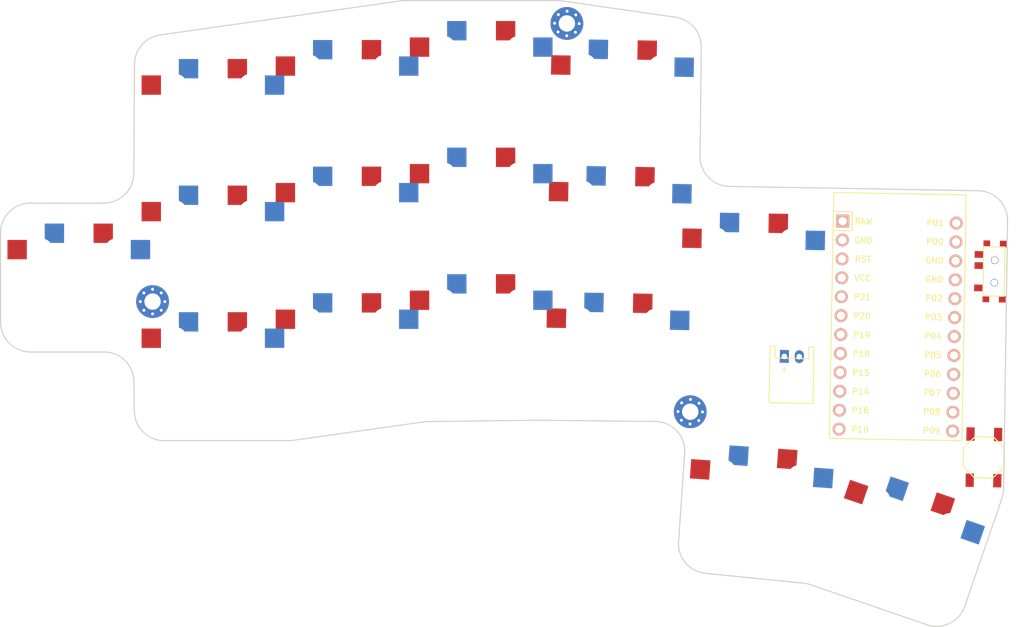
<source format=kicad_pcb>

            
(kicad_pcb (version 20171130) (host pcbnew 5.1.6)

  (page A3)
  (title_block
    (title custom_split)
    (rev v1.0.0)
    (company Unknown)
  )

  (general
    (thickness 1.6)
  )

  (layers
    (0 F.Cu signal)
    (31 B.Cu signal)
    (32 B.Adhes user)
    (33 F.Adhes user)
    (34 B.Paste user)
    (35 F.Paste user)
    (36 B.SilkS user)
    (37 F.SilkS user)
    (38 B.Mask user)
    (39 F.Mask user)
    (40 Dwgs.User user)
    (41 Cmts.User user)
    (42 Eco1.User user)
    (43 Eco2.User user)
    (44 Edge.Cuts user)
    (45 Margin user)
    (46 B.CrtYd user)
    (47 F.CrtYd user)
    (48 B.Fab user)
    (49 F.Fab user)
  )

  (setup
    (last_trace_width 0.25)
    (trace_clearance 0.2)
    (zone_clearance 0.508)
    (zone_45_only no)
    (trace_min 0.2)
    (via_size 0.8)
    (via_drill 0.4)
    (via_min_size 0.4)
    (via_min_drill 0.3)
    (uvia_size 0.3)
    (uvia_drill 0.1)
    (uvias_allowed no)
    (uvia_min_size 0.2)
    (uvia_min_drill 0.1)
    (edge_width 0.05)
    (segment_width 0.2)
    (pcb_text_width 0.3)
    (pcb_text_size 1.5 1.5)
    (mod_edge_width 0.12)
    (mod_text_size 1 1)
    (mod_text_width 0.15)
    (pad_size 1.524 1.524)
    (pad_drill 0.762)
    (pad_to_mask_clearance 0.05)
    (aux_axis_origin 0 0)
    (visible_elements FFFFFF7F)
    (pcbplotparams
      (layerselection 0x010fc_ffffffff)
      (usegerberextensions false)
      (usegerberattributes true)
      (usegerberadvancedattributes true)
      (creategerberjobfile true)
      (excludeedgelayer true)
      (linewidth 0.100000)
      (plotframeref false)
      (viasonmask false)
      (mode 1)
      (useauxorigin false)
      (hpglpennumber 1)
      (hpglpenspeed 20)
      (hpglpendiameter 15.000000)
      (psnegative false)
      (psa4output false)
      (plotreference true)
      (plotvalue true)
      (plotinvisibletext false)
      (padsonsilk false)
      (subtractmaskfromsilk false)
      (outputformat 1)
      (mirror false)
      (drillshape 1)
      (scaleselection 1)
      (outputdirectory ""))
  )

            (net 0 "")
(net 1 "P5")
(net 2 "GND")
(net 3 "P9")
(net 4 "P4")
(net 5 "P2")
(net 6 "P8")
(net 7 "P3")
(net 8 "P0")
(net 9 "P16")
(net 10 "P10")
(net 11 "P1")
(net 12 "P18")
(net 13 "P15")
(net 14 "P14")
(net 15 "P19")
(net 16 "P20")
(net 17 "P21")
(net 18 "RAW")
(net 19 "RST")
(net 20 "VCC")
(net 21 "P6")
(net 22 "P7")
            
  (net_class Default "This is the default net class."
    (clearance 0.2)
    (trace_width 0.25)
    (via_dia 0.8)
    (via_drill 0.4)
    (uvia_dia 0.3)
    (uvia_drill 0.1)
    (add_net "")
(add_net "P5")
(add_net "GND")
(add_net "P9")
(add_net "P4")
(add_net "P2")
(add_net "P8")
(add_net "P3")
(add_net "P0")
(add_net "P16")
(add_net "P10")
(add_net "P1")
(add_net "P18")
(add_net "P15")
(add_net "P14")
(add_net "P19")
(add_net "P20")
(add_net "P21")
(add_net "RAW")
(add_net "RST")
(add_net "VCC")
(add_net "P6")
(add_net "P7")
  )

            
        
      (module PG1350 (layer F.Cu) (tedit 5DD50112)
      (at 160 153 0)

      
      (fp_text reference "S1" (at 0 0) (layer F.SilkS) hide (effects (font (size 1.27 1.27) (thickness 0.15))))
      (fp_text value "" (at 0 0) (layer F.SilkS) hide (effects (font (size 1.27 1.27) (thickness 0.15))))

      
      (fp_line (start -7 -6) (end -7 -7) (layer Dwgs.User) (width 0.15))
      (fp_line (start -7 7) (end -6 7) (layer Dwgs.User) (width 0.15))
      (fp_line (start -6 -7) (end -7 -7) (layer Dwgs.User) (width 0.15))
      (fp_line (start -7 7) (end -7 6) (layer Dwgs.User) (width 0.15))
      (fp_line (start 7 6) (end 7 7) (layer Dwgs.User) (width 0.15))
      (fp_line (start 7 -7) (end 6 -7) (layer Dwgs.User) (width 0.15))
      (fp_line (start 6 7) (end 7 7) (layer Dwgs.User) (width 0.15))
      (fp_line (start 7 -7) (end 7 -6) (layer Dwgs.User) (width 0.15))      
      
      
      (pad "" np_thru_hole circle (at 0 0) (size 3.429 3.429) (drill 3.429) (layers *.Cu *.Mask))
        
      
      (pad "" np_thru_hole circle (at 5.5 0) (size 1.7018 1.7018) (drill 1.7018) (layers *.Cu *.Mask))
      (pad "" np_thru_hole circle (at -5.5 0) (size 1.7018 1.7018) (drill 1.7018) (layers *.Cu *.Mask))
      
        
      
      (fp_line (start -9 -8.5) (end 9 -8.5) (layer Dwgs.User) (width 0.15))
      (fp_line (start 9 -8.5) (end 9 8.5) (layer Dwgs.User) (width 0.15))
      (fp_line (start 9 8.5) (end -9 8.5) (layer Dwgs.User) (width 0.15))
      (fp_line (start -9 8.5) (end -9 -8.5) (layer Dwgs.User) (width 0.15))
      
        
          
          (pad "" np_thru_hole circle (at 5 -3.75) (size 3 3) (drill 3) (layers *.Cu *.Mask))
          (pad "" np_thru_hole circle (at 0 -5.95) (size 3 3) (drill 3) (layers *.Cu *.Mask))
      
          
          (pad 1 smd rect (at -3.275 -5.95 0) (size 2.6 2.6) (layers B.Cu B.Paste B.Mask)  (net 1 "P5"))
          (pad 2 smd rect (at 8.275 -3.75 0) (size 2.6 2.6) (layers B.Cu B.Paste B.Mask)  (net 2 "GND"))
        
        
          
          (pad "" np_thru_hole circle (at -5 -3.75) (size 3 3) (drill 3) (layers *.Cu *.Mask))
          (pad "" np_thru_hole circle (at 0 -5.95) (size 3 3) (drill 3) (layers *.Cu *.Mask))
      
          
          (pad 1 smd rect (at 3.275 -5.95 0) (size 2.6 2.6) (layers F.Cu F.Paste F.Mask)  (net 1 "P5"))
          (pad 2 smd rect (at -8.275 -3.75 0) (size 2.6 2.6) (layers F.Cu F.Paste F.Mask)  (net 2 "GND"))
        )
        

        
      (module PG1350 (layer F.Cu) (tedit 5DD50112)
      (at 178 164.9 0)

      
      (fp_text reference "S2" (at 0 0) (layer F.SilkS) hide (effects (font (size 1.27 1.27) (thickness 0.15))))
      (fp_text value "" (at 0 0) (layer F.SilkS) hide (effects (font (size 1.27 1.27) (thickness 0.15))))

      
      (fp_line (start -7 -6) (end -7 -7) (layer Dwgs.User) (width 0.15))
      (fp_line (start -7 7) (end -6 7) (layer Dwgs.User) (width 0.15))
      (fp_line (start -6 -7) (end -7 -7) (layer Dwgs.User) (width 0.15))
      (fp_line (start -7 7) (end -7 6) (layer Dwgs.User) (width 0.15))
      (fp_line (start 7 6) (end 7 7) (layer Dwgs.User) (width 0.15))
      (fp_line (start 7 -7) (end 6 -7) (layer Dwgs.User) (width 0.15))
      (fp_line (start 6 7) (end 7 7) (layer Dwgs.User) (width 0.15))
      (fp_line (start 7 -7) (end 7 -6) (layer Dwgs.User) (width 0.15))      
      
      
      (pad "" np_thru_hole circle (at 0 0) (size 3.429 3.429) (drill 3.429) (layers *.Cu *.Mask))
        
      
      (pad "" np_thru_hole circle (at 5.5 0) (size 1.7018 1.7018) (drill 1.7018) (layers *.Cu *.Mask))
      (pad "" np_thru_hole circle (at -5.5 0) (size 1.7018 1.7018) (drill 1.7018) (layers *.Cu *.Mask))
      
        
      
      (fp_line (start -9 -8.5) (end 9 -8.5) (layer Dwgs.User) (width 0.15))
      (fp_line (start 9 -8.5) (end 9 8.5) (layer Dwgs.User) (width 0.15))
      (fp_line (start 9 8.5) (end -9 8.5) (layer Dwgs.User) (width 0.15))
      (fp_line (start -9 8.5) (end -9 -8.5) (layer Dwgs.User) (width 0.15))
      
        
          
          (pad "" np_thru_hole circle (at 5 -3.75) (size 3 3) (drill 3) (layers *.Cu *.Mask))
          (pad "" np_thru_hole circle (at 0 -5.95) (size 3 3) (drill 3) (layers *.Cu *.Mask))
      
          
          (pad 1 smd rect (at -3.275 -5.95 0) (size 2.6 2.6) (layers B.Cu B.Paste B.Mask)  (net 3 "P9"))
          (pad 2 smd rect (at 8.275 -3.75 0) (size 2.6 2.6) (layers B.Cu B.Paste B.Mask)  (net 2 "GND"))
        
        
          
          (pad "" np_thru_hole circle (at -5 -3.75) (size 3 3) (drill 3) (layers *.Cu *.Mask))
          (pad "" np_thru_hole circle (at 0 -5.95) (size 3 3) (drill 3) (layers *.Cu *.Mask))
      
          
          (pad 1 smd rect (at 3.275 -5.95 0) (size 2.6 2.6) (layers F.Cu F.Paste F.Mask)  (net 3 "P9"))
          (pad 2 smd rect (at -8.275 -3.75 0) (size 2.6 2.6) (layers F.Cu F.Paste F.Mask)  (net 2 "GND"))
        )
        

        
      (module PG1350 (layer F.Cu) (tedit 5DD50112)
      (at 178 147.9 0)

      
      (fp_text reference "S3" (at 0 0) (layer F.SilkS) hide (effects (font (size 1.27 1.27) (thickness 0.15))))
      (fp_text value "" (at 0 0) (layer F.SilkS) hide (effects (font (size 1.27 1.27) (thickness 0.15))))

      
      (fp_line (start -7 -6) (end -7 -7) (layer Dwgs.User) (width 0.15))
      (fp_line (start -7 7) (end -6 7) (layer Dwgs.User) (width 0.15))
      (fp_line (start -6 -7) (end -7 -7) (layer Dwgs.User) (width 0.15))
      (fp_line (start -7 7) (end -7 6) (layer Dwgs.User) (width 0.15))
      (fp_line (start 7 6) (end 7 7) (layer Dwgs.User) (width 0.15))
      (fp_line (start 7 -7) (end 6 -7) (layer Dwgs.User) (width 0.15))
      (fp_line (start 6 7) (end 7 7) (layer Dwgs.User) (width 0.15))
      (fp_line (start 7 -7) (end 7 -6) (layer Dwgs.User) (width 0.15))      
      
      
      (pad "" np_thru_hole circle (at 0 0) (size 3.429 3.429) (drill 3.429) (layers *.Cu *.Mask))
        
      
      (pad "" np_thru_hole circle (at 5.5 0) (size 1.7018 1.7018) (drill 1.7018) (layers *.Cu *.Mask))
      (pad "" np_thru_hole circle (at -5.5 0) (size 1.7018 1.7018) (drill 1.7018) (layers *.Cu *.Mask))
      
        
      
      (fp_line (start -9 -8.5) (end 9 -8.5) (layer Dwgs.User) (width 0.15))
      (fp_line (start 9 -8.5) (end 9 8.5) (layer Dwgs.User) (width 0.15))
      (fp_line (start 9 8.5) (end -9 8.5) (layer Dwgs.User) (width 0.15))
      (fp_line (start -9 8.5) (end -9 -8.5) (layer Dwgs.User) (width 0.15))
      
        
          
          (pad "" np_thru_hole circle (at 5 -3.75) (size 3 3) (drill 3) (layers *.Cu *.Mask))
          (pad "" np_thru_hole circle (at 0 -5.95) (size 3 3) (drill 3) (layers *.Cu *.Mask))
      
          
          (pad 1 smd rect (at -3.275 -5.95 0) (size 2.6 2.6) (layers B.Cu B.Paste B.Mask)  (net 4 "P4"))
          (pad 2 smd rect (at 8.275 -3.75 0) (size 2.6 2.6) (layers B.Cu B.Paste B.Mask)  (net 2 "GND"))
        
        
          
          (pad "" np_thru_hole circle (at -5 -3.75) (size 3 3) (drill 3) (layers *.Cu *.Mask))
          (pad "" np_thru_hole circle (at 0 -5.95) (size 3 3) (drill 3) (layers *.Cu *.Mask))
      
          
          (pad 1 smd rect (at 3.275 -5.95 0) (size 2.6 2.6) (layers F.Cu F.Paste F.Mask)  (net 4 "P4"))
          (pad 2 smd rect (at -8.275 -3.75 0) (size 2.6 2.6) (layers F.Cu F.Paste F.Mask)  (net 2 "GND"))
        )
        

        
      (module PG1350 (layer F.Cu) (tedit 5DD50112)
      (at 178 130.9 0)

      
      (fp_text reference "S4" (at 0 0) (layer F.SilkS) hide (effects (font (size 1.27 1.27) (thickness 0.15))))
      (fp_text value "" (at 0 0) (layer F.SilkS) hide (effects (font (size 1.27 1.27) (thickness 0.15))))

      
      (fp_line (start -7 -6) (end -7 -7) (layer Dwgs.User) (width 0.15))
      (fp_line (start -7 7) (end -6 7) (layer Dwgs.User) (width 0.15))
      (fp_line (start -6 -7) (end -7 -7) (layer Dwgs.User) (width 0.15))
      (fp_line (start -7 7) (end -7 6) (layer Dwgs.User) (width 0.15))
      (fp_line (start 7 6) (end 7 7) (layer Dwgs.User) (width 0.15))
      (fp_line (start 7 -7) (end 6 -7) (layer Dwgs.User) (width 0.15))
      (fp_line (start 6 7) (end 7 7) (layer Dwgs.User) (width 0.15))
      (fp_line (start 7 -7) (end 7 -6) (layer Dwgs.User) (width 0.15))      
      
      
      (pad "" np_thru_hole circle (at 0 0) (size 3.429 3.429) (drill 3.429) (layers *.Cu *.Mask))
        
      
      (pad "" np_thru_hole circle (at 5.5 0) (size 1.7018 1.7018) (drill 1.7018) (layers *.Cu *.Mask))
      (pad "" np_thru_hole circle (at -5.5 0) (size 1.7018 1.7018) (drill 1.7018) (layers *.Cu *.Mask))
      
        
      
      (fp_line (start -9 -8.5) (end 9 -8.5) (layer Dwgs.User) (width 0.15))
      (fp_line (start 9 -8.5) (end 9 8.5) (layer Dwgs.User) (width 0.15))
      (fp_line (start 9 8.5) (end -9 8.5) (layer Dwgs.User) (width 0.15))
      (fp_line (start -9 8.5) (end -9 -8.5) (layer Dwgs.User) (width 0.15))
      
        
          
          (pad "" np_thru_hole circle (at 5 -3.75) (size 3 3) (drill 3) (layers *.Cu *.Mask))
          (pad "" np_thru_hole circle (at 0 -5.95) (size 3 3) (drill 3) (layers *.Cu *.Mask))
      
          
          (pad 1 smd rect (at -3.275 -5.95 0) (size 2.6 2.6) (layers B.Cu B.Paste B.Mask)  (net 5 "P2"))
          (pad 2 smd rect (at 8.275 -3.75 0) (size 2.6 2.6) (layers B.Cu B.Paste B.Mask)  (net 2 "GND"))
        
        
          
          (pad "" np_thru_hole circle (at -5 -3.75) (size 3 3) (drill 3) (layers *.Cu *.Mask))
          (pad "" np_thru_hole circle (at 0 -5.95) (size 3 3) (drill 3) (layers *.Cu *.Mask))
      
          
          (pad 1 smd rect (at 3.275 -5.95 0) (size 2.6 2.6) (layers F.Cu F.Paste F.Mask)  (net 5 "P2"))
          (pad 2 smd rect (at -8.275 -3.75 0) (size 2.6 2.6) (layers F.Cu F.Paste F.Mask)  (net 2 "GND"))
        )
        

        
      (module PG1350 (layer F.Cu) (tedit 5DD50112)
      (at 196 162.35 0)

      
      (fp_text reference "S5" (at 0 0) (layer F.SilkS) hide (effects (font (size 1.27 1.27) (thickness 0.15))))
      (fp_text value "" (at 0 0) (layer F.SilkS) hide (effects (font (size 1.27 1.27) (thickness 0.15))))

      
      (fp_line (start -7 -6) (end -7 -7) (layer Dwgs.User) (width 0.15))
      (fp_line (start -7 7) (end -6 7) (layer Dwgs.User) (width 0.15))
      (fp_line (start -6 -7) (end -7 -7) (layer Dwgs.User) (width 0.15))
      (fp_line (start -7 7) (end -7 6) (layer Dwgs.User) (width 0.15))
      (fp_line (start 7 6) (end 7 7) (layer Dwgs.User) (width 0.15))
      (fp_line (start 7 -7) (end 6 -7) (layer Dwgs.User) (width 0.15))
      (fp_line (start 6 7) (end 7 7) (layer Dwgs.User) (width 0.15))
      (fp_line (start 7 -7) (end 7 -6) (layer Dwgs.User) (width 0.15))      
      
      
      (pad "" np_thru_hole circle (at 0 0) (size 3.429 3.429) (drill 3.429) (layers *.Cu *.Mask))
        
      
      (pad "" np_thru_hole circle (at 5.5 0) (size 1.7018 1.7018) (drill 1.7018) (layers *.Cu *.Mask))
      (pad "" np_thru_hole circle (at -5.5 0) (size 1.7018 1.7018) (drill 1.7018) (layers *.Cu *.Mask))
      
        
      
      (fp_line (start -9 -8.5) (end 9 -8.5) (layer Dwgs.User) (width 0.15))
      (fp_line (start 9 -8.5) (end 9 8.5) (layer Dwgs.User) (width 0.15))
      (fp_line (start 9 8.5) (end -9 8.5) (layer Dwgs.User) (width 0.15))
      (fp_line (start -9 8.5) (end -9 -8.5) (layer Dwgs.User) (width 0.15))
      
        
          
          (pad "" np_thru_hole circle (at 5 -3.75) (size 3 3) (drill 3) (layers *.Cu *.Mask))
          (pad "" np_thru_hole circle (at 0 -5.95) (size 3 3) (drill 3) (layers *.Cu *.Mask))
      
          
          (pad 1 smd rect (at -3.275 -5.95 0) (size 2.6 2.6) (layers B.Cu B.Paste B.Mask)  (net 6 "P8"))
          (pad 2 smd rect (at 8.275 -3.75 0) (size 2.6 2.6) (layers B.Cu B.Paste B.Mask)  (net 2 "GND"))
        
        
          
          (pad "" np_thru_hole circle (at -5 -3.75) (size 3 3) (drill 3) (layers *.Cu *.Mask))
          (pad "" np_thru_hole circle (at 0 -5.95) (size 3 3) (drill 3) (layers *.Cu *.Mask))
      
          
          (pad 1 smd rect (at 3.275 -5.95 0) (size 2.6 2.6) (layers F.Cu F.Paste F.Mask)  (net 6 "P8"))
          (pad 2 smd rect (at -8.275 -3.75 0) (size 2.6 2.6) (layers F.Cu F.Paste F.Mask)  (net 2 "GND"))
        )
        

        
      (module PG1350 (layer F.Cu) (tedit 5DD50112)
      (at 196 145.35 0)

      
      (fp_text reference "S6" (at 0 0) (layer F.SilkS) hide (effects (font (size 1.27 1.27) (thickness 0.15))))
      (fp_text value "" (at 0 0) (layer F.SilkS) hide (effects (font (size 1.27 1.27) (thickness 0.15))))

      
      (fp_line (start -7 -6) (end -7 -7) (layer Dwgs.User) (width 0.15))
      (fp_line (start -7 7) (end -6 7) (layer Dwgs.User) (width 0.15))
      (fp_line (start -6 -7) (end -7 -7) (layer Dwgs.User) (width 0.15))
      (fp_line (start -7 7) (end -7 6) (layer Dwgs.User) (width 0.15))
      (fp_line (start 7 6) (end 7 7) (layer Dwgs.User) (width 0.15))
      (fp_line (start 7 -7) (end 6 -7) (layer Dwgs.User) (width 0.15))
      (fp_line (start 6 7) (end 7 7) (layer Dwgs.User) (width 0.15))
      (fp_line (start 7 -7) (end 7 -6) (layer Dwgs.User) (width 0.15))      
      
      
      (pad "" np_thru_hole circle (at 0 0) (size 3.429 3.429) (drill 3.429) (layers *.Cu *.Mask))
        
      
      (pad "" np_thru_hole circle (at 5.5 0) (size 1.7018 1.7018) (drill 1.7018) (layers *.Cu *.Mask))
      (pad "" np_thru_hole circle (at -5.5 0) (size 1.7018 1.7018) (drill 1.7018) (layers *.Cu *.Mask))
      
        
      
      (fp_line (start -9 -8.5) (end 9 -8.5) (layer Dwgs.User) (width 0.15))
      (fp_line (start 9 -8.5) (end 9 8.5) (layer Dwgs.User) (width 0.15))
      (fp_line (start 9 8.5) (end -9 8.5) (layer Dwgs.User) (width 0.15))
      (fp_line (start -9 8.5) (end -9 -8.5) (layer Dwgs.User) (width 0.15))
      
        
          
          (pad "" np_thru_hole circle (at 5 -3.75) (size 3 3) (drill 3) (layers *.Cu *.Mask))
          (pad "" np_thru_hole circle (at 0 -5.95) (size 3 3) (drill 3) (layers *.Cu *.Mask))
      
          
          (pad 1 smd rect (at -3.275 -5.95 0) (size 2.6 2.6) (layers B.Cu B.Paste B.Mask)  (net 7 "P3"))
          (pad 2 smd rect (at 8.275 -3.75 0) (size 2.6 2.6) (layers B.Cu B.Paste B.Mask)  (net 2 "GND"))
        
        
          
          (pad "" np_thru_hole circle (at -5 -3.75) (size 3 3) (drill 3) (layers *.Cu *.Mask))
          (pad "" np_thru_hole circle (at 0 -5.95) (size 3 3) (drill 3) (layers *.Cu *.Mask))
      
          
          (pad 1 smd rect (at 3.275 -5.95 0) (size 2.6 2.6) (layers F.Cu F.Paste F.Mask)  (net 7 "P3"))
          (pad 2 smd rect (at -8.275 -3.75 0) (size 2.6 2.6) (layers F.Cu F.Paste F.Mask)  (net 2 "GND"))
        )
        

        
      (module PG1350 (layer F.Cu) (tedit 5DD50112)
      (at 196 128.35 0)

      
      (fp_text reference "S7" (at 0 0) (layer F.SilkS) hide (effects (font (size 1.27 1.27) (thickness 0.15))))
      (fp_text value "" (at 0 0) (layer F.SilkS) hide (effects (font (size 1.27 1.27) (thickness 0.15))))

      
      (fp_line (start -7 -6) (end -7 -7) (layer Dwgs.User) (width 0.15))
      (fp_line (start -7 7) (end -6 7) (layer Dwgs.User) (width 0.15))
      (fp_line (start -6 -7) (end -7 -7) (layer Dwgs.User) (width 0.15))
      (fp_line (start -7 7) (end -7 6) (layer Dwgs.User) (width 0.15))
      (fp_line (start 7 6) (end 7 7) (layer Dwgs.User) (width 0.15))
      (fp_line (start 7 -7) (end 6 -7) (layer Dwgs.User) (width 0.15))
      (fp_line (start 6 7) (end 7 7) (layer Dwgs.User) (width 0.15))
      (fp_line (start 7 -7) (end 7 -6) (layer Dwgs.User) (width 0.15))      
      
      
      (pad "" np_thru_hole circle (at 0 0) (size 3.429 3.429) (drill 3.429) (layers *.Cu *.Mask))
        
      
      (pad "" np_thru_hole circle (at 5.5 0) (size 1.7018 1.7018) (drill 1.7018) (layers *.Cu *.Mask))
      (pad "" np_thru_hole circle (at -5.5 0) (size 1.7018 1.7018) (drill 1.7018) (layers *.Cu *.Mask))
      
        
      
      (fp_line (start -9 -8.5) (end 9 -8.5) (layer Dwgs.User) (width 0.15))
      (fp_line (start 9 -8.5) (end 9 8.5) (layer Dwgs.User) (width 0.15))
      (fp_line (start 9 8.5) (end -9 8.5) (layer Dwgs.User) (width 0.15))
      (fp_line (start -9 8.5) (end -9 -8.5) (layer Dwgs.User) (width 0.15))
      
        
          
          (pad "" np_thru_hole circle (at 5 -3.75) (size 3 3) (drill 3) (layers *.Cu *.Mask))
          (pad "" np_thru_hole circle (at 0 -5.95) (size 3 3) (drill 3) (layers *.Cu *.Mask))
      
          
          (pad 1 smd rect (at -3.275 -5.95 0) (size 2.6 2.6) (layers B.Cu B.Paste B.Mask)  (net 8 "P0"))
          (pad 2 smd rect (at 8.275 -3.75 0) (size 2.6 2.6) (layers B.Cu B.Paste B.Mask)  (net 2 "GND"))
        
        
          
          (pad "" np_thru_hole circle (at -5 -3.75) (size 3 3) (drill 3) (layers *.Cu *.Mask))
          (pad "" np_thru_hole circle (at 0 -5.95) (size 3 3) (drill 3) (layers *.Cu *.Mask))
      
          
          (pad 1 smd rect (at 3.275 -5.95 0) (size 2.6 2.6) (layers F.Cu F.Paste F.Mask)  (net 8 "P0"))
          (pad 2 smd rect (at -8.275 -3.75 0) (size 2.6 2.6) (layers F.Cu F.Paste F.Mask)  (net 2 "GND"))
        )
        

        
      (module PG1350 (layer F.Cu) (tedit 5DD50112)
      (at 214 159.8 0)

      
      (fp_text reference "S8" (at 0 0) (layer F.SilkS) hide (effects (font (size 1.27 1.27) (thickness 0.15))))
      (fp_text value "" (at 0 0) (layer F.SilkS) hide (effects (font (size 1.27 1.27) (thickness 0.15))))

      
      (fp_line (start -7 -6) (end -7 -7) (layer Dwgs.User) (width 0.15))
      (fp_line (start -7 7) (end -6 7) (layer Dwgs.User) (width 0.15))
      (fp_line (start -6 -7) (end -7 -7) (layer Dwgs.User) (width 0.15))
      (fp_line (start -7 7) (end -7 6) (layer Dwgs.User) (width 0.15))
      (fp_line (start 7 6) (end 7 7) (layer Dwgs.User) (width 0.15))
      (fp_line (start 7 -7) (end 6 -7) (layer Dwgs.User) (width 0.15))
      (fp_line (start 6 7) (end 7 7) (layer Dwgs.User) (width 0.15))
      (fp_line (start 7 -7) (end 7 -6) (layer Dwgs.User) (width 0.15))      
      
      
      (pad "" np_thru_hole circle (at 0 0) (size 3.429 3.429) (drill 3.429) (layers *.Cu *.Mask))
        
      
      (pad "" np_thru_hole circle (at 5.5 0) (size 1.7018 1.7018) (drill 1.7018) (layers *.Cu *.Mask))
      (pad "" np_thru_hole circle (at -5.5 0) (size 1.7018 1.7018) (drill 1.7018) (layers *.Cu *.Mask))
      
        
      
      (fp_line (start -9 -8.5) (end 9 -8.5) (layer Dwgs.User) (width 0.15))
      (fp_line (start 9 -8.5) (end 9 8.5) (layer Dwgs.User) (width 0.15))
      (fp_line (start 9 8.5) (end -9 8.5) (layer Dwgs.User) (width 0.15))
      (fp_line (start -9 8.5) (end -9 -8.5) (layer Dwgs.User) (width 0.15))
      
        
          
          (pad "" np_thru_hole circle (at 5 -3.75) (size 3 3) (drill 3) (layers *.Cu *.Mask))
          (pad "" np_thru_hole circle (at 0 -5.95) (size 3 3) (drill 3) (layers *.Cu *.Mask))
      
          
          (pad 1 smd rect (at -3.275 -5.95 0) (size 2.6 2.6) (layers B.Cu B.Paste B.Mask)  (net 9 "P16"))
          (pad 2 smd rect (at 8.275 -3.75 0) (size 2.6 2.6) (layers B.Cu B.Paste B.Mask)  (net 2 "GND"))
        
        
          
          (pad "" np_thru_hole circle (at -5 -3.75) (size 3 3) (drill 3) (layers *.Cu *.Mask))
          (pad "" np_thru_hole circle (at 0 -5.95) (size 3 3) (drill 3) (layers *.Cu *.Mask))
      
          
          (pad 1 smd rect (at 3.275 -5.95 0) (size 2.6 2.6) (layers F.Cu F.Paste F.Mask)  (net 9 "P16"))
          (pad 2 smd rect (at -8.275 -3.75 0) (size 2.6 2.6) (layers F.Cu F.Paste F.Mask)  (net 2 "GND"))
        )
        

        
      (module PG1350 (layer F.Cu) (tedit 5DD50112)
      (at 214 142.8 0)

      
      (fp_text reference "S9" (at 0 0) (layer F.SilkS) hide (effects (font (size 1.27 1.27) (thickness 0.15))))
      (fp_text value "" (at 0 0) (layer F.SilkS) hide (effects (font (size 1.27 1.27) (thickness 0.15))))

      
      (fp_line (start -7 -6) (end -7 -7) (layer Dwgs.User) (width 0.15))
      (fp_line (start -7 7) (end -6 7) (layer Dwgs.User) (width 0.15))
      (fp_line (start -6 -7) (end -7 -7) (layer Dwgs.User) (width 0.15))
      (fp_line (start -7 7) (end -7 6) (layer Dwgs.User) (width 0.15))
      (fp_line (start 7 6) (end 7 7) (layer Dwgs.User) (width 0.15))
      (fp_line (start 7 -7) (end 6 -7) (layer Dwgs.User) (width 0.15))
      (fp_line (start 6 7) (end 7 7) (layer Dwgs.User) (width 0.15))
      (fp_line (start 7 -7) (end 7 -6) (layer Dwgs.User) (width 0.15))      
      
      
      (pad "" np_thru_hole circle (at 0 0) (size 3.429 3.429) (drill 3.429) (layers *.Cu *.Mask))
        
      
      (pad "" np_thru_hole circle (at 5.5 0) (size 1.7018 1.7018) (drill 1.7018) (layers *.Cu *.Mask))
      (pad "" np_thru_hole circle (at -5.5 0) (size 1.7018 1.7018) (drill 1.7018) (layers *.Cu *.Mask))
      
        
      
      (fp_line (start -9 -8.5) (end 9 -8.5) (layer Dwgs.User) (width 0.15))
      (fp_line (start 9 -8.5) (end 9 8.5) (layer Dwgs.User) (width 0.15))
      (fp_line (start 9 8.5) (end -9 8.5) (layer Dwgs.User) (width 0.15))
      (fp_line (start -9 8.5) (end -9 -8.5) (layer Dwgs.User) (width 0.15))
      
        
          
          (pad "" np_thru_hole circle (at 5 -3.75) (size 3 3) (drill 3) (layers *.Cu *.Mask))
          (pad "" np_thru_hole circle (at 0 -5.95) (size 3 3) (drill 3) (layers *.Cu *.Mask))
      
          
          (pad 1 smd rect (at -3.275 -5.95 0) (size 2.6 2.6) (layers B.Cu B.Paste B.Mask)  (net 10 "P10"))
          (pad 2 smd rect (at 8.275 -3.75 0) (size 2.6 2.6) (layers B.Cu B.Paste B.Mask)  (net 2 "GND"))
        
        
          
          (pad "" np_thru_hole circle (at -5 -3.75) (size 3 3) (drill 3) (layers *.Cu *.Mask))
          (pad "" np_thru_hole circle (at 0 -5.95) (size 3 3) (drill 3) (layers *.Cu *.Mask))
      
          
          (pad 1 smd rect (at 3.275 -5.95 0) (size 2.6 2.6) (layers F.Cu F.Paste F.Mask)  (net 10 "P10"))
          (pad 2 smd rect (at -8.275 -3.75 0) (size 2.6 2.6) (layers F.Cu F.Paste F.Mask)  (net 2 "GND"))
        )
        

        
      (module PG1350 (layer F.Cu) (tedit 5DD50112)
      (at 214 125.80000000000001 0)

      
      (fp_text reference "S10" (at 0 0) (layer F.SilkS) hide (effects (font (size 1.27 1.27) (thickness 0.15))))
      (fp_text value "" (at 0 0) (layer F.SilkS) hide (effects (font (size 1.27 1.27) (thickness 0.15))))

      
      (fp_line (start -7 -6) (end -7 -7) (layer Dwgs.User) (width 0.15))
      (fp_line (start -7 7) (end -6 7) (layer Dwgs.User) (width 0.15))
      (fp_line (start -6 -7) (end -7 -7) (layer Dwgs.User) (width 0.15))
      (fp_line (start -7 7) (end -7 6) (layer Dwgs.User) (width 0.15))
      (fp_line (start 7 6) (end 7 7) (layer Dwgs.User) (width 0.15))
      (fp_line (start 7 -7) (end 6 -7) (layer Dwgs.User) (width 0.15))
      (fp_line (start 6 7) (end 7 7) (layer Dwgs.User) (width 0.15))
      (fp_line (start 7 -7) (end 7 -6) (layer Dwgs.User) (width 0.15))      
      
      
      (pad "" np_thru_hole circle (at 0 0) (size 3.429 3.429) (drill 3.429) (layers *.Cu *.Mask))
        
      
      (pad "" np_thru_hole circle (at 5.5 0) (size 1.7018 1.7018) (drill 1.7018) (layers *.Cu *.Mask))
      (pad "" np_thru_hole circle (at -5.5 0) (size 1.7018 1.7018) (drill 1.7018) (layers *.Cu *.Mask))
      
        
      
      (fp_line (start -9 -8.5) (end 9 -8.5) (layer Dwgs.User) (width 0.15))
      (fp_line (start 9 -8.5) (end 9 8.5) (layer Dwgs.User) (width 0.15))
      (fp_line (start 9 8.5) (end -9 8.5) (layer Dwgs.User) (width 0.15))
      (fp_line (start -9 8.5) (end -9 -8.5) (layer Dwgs.User) (width 0.15))
      
        
          
          (pad "" np_thru_hole circle (at 5 -3.75) (size 3 3) (drill 3) (layers *.Cu *.Mask))
          (pad "" np_thru_hole circle (at 0 -5.95) (size 3 3) (drill 3) (layers *.Cu *.Mask))
      
          
          (pad 1 smd rect (at -3.275 -5.95 0) (size 2.6 2.6) (layers B.Cu B.Paste B.Mask)  (net 11 "P1"))
          (pad 2 smd rect (at 8.275 -3.75 0) (size 2.6 2.6) (layers B.Cu B.Paste B.Mask)  (net 2 "GND"))
        
        
          
          (pad "" np_thru_hole circle (at -5 -3.75) (size 3 3) (drill 3) (layers *.Cu *.Mask))
          (pad "" np_thru_hole circle (at 0 -5.95) (size 3 3) (drill 3) (layers *.Cu *.Mask))
      
          
          (pad 1 smd rect (at 3.275 -5.95 0) (size 2.6 2.6) (layers F.Cu F.Paste F.Mask)  (net 11 "P1"))
          (pad 2 smd rect (at -8.275 -3.75 0) (size 2.6 2.6) (layers F.Cu F.Paste F.Mask)  (net 2 "GND"))
        )
        

        
      (module PG1350 (layer F.Cu) (tedit 5DD50112)
      (at 232.3 162.35 -1)

      
      (fp_text reference "S11" (at 0 0) (layer F.SilkS) hide (effects (font (size 1.27 1.27) (thickness 0.15))))
      (fp_text value "" (at 0 0) (layer F.SilkS) hide (effects (font (size 1.27 1.27) (thickness 0.15))))

      
      (fp_line (start -7 -6) (end -7 -7) (layer Dwgs.User) (width 0.15))
      (fp_line (start -7 7) (end -6 7) (layer Dwgs.User) (width 0.15))
      (fp_line (start -6 -7) (end -7 -7) (layer Dwgs.User) (width 0.15))
      (fp_line (start -7 7) (end -7 6) (layer Dwgs.User) (width 0.15))
      (fp_line (start 7 6) (end 7 7) (layer Dwgs.User) (width 0.15))
      (fp_line (start 7 -7) (end 6 -7) (layer Dwgs.User) (width 0.15))
      (fp_line (start 6 7) (end 7 7) (layer Dwgs.User) (width 0.15))
      (fp_line (start 7 -7) (end 7 -6) (layer Dwgs.User) (width 0.15))      
      
      
      (pad "" np_thru_hole circle (at 0 0) (size 3.429 3.429) (drill 3.429) (layers *.Cu *.Mask))
        
      
      (pad "" np_thru_hole circle (at 5.5 0) (size 1.7018 1.7018) (drill 1.7018) (layers *.Cu *.Mask))
      (pad "" np_thru_hole circle (at -5.5 0) (size 1.7018 1.7018) (drill 1.7018) (layers *.Cu *.Mask))
      
        
      
      (fp_line (start -9 -8.5) (end 9 -8.5) (layer Dwgs.User) (width 0.15))
      (fp_line (start 9 -8.5) (end 9 8.5) (layer Dwgs.User) (width 0.15))
      (fp_line (start 9 8.5) (end -9 8.5) (layer Dwgs.User) (width 0.15))
      (fp_line (start -9 8.5) (end -9 -8.5) (layer Dwgs.User) (width 0.15))
      
        
          
          (pad "" np_thru_hole circle (at 5 -3.75) (size 3 3) (drill 3) (layers *.Cu *.Mask))
          (pad "" np_thru_hole circle (at 0 -5.95) (size 3 3) (drill 3) (layers *.Cu *.Mask))
      
          
          (pad 1 smd rect (at -3.275 -5.95 -1) (size 2.6 2.6) (layers B.Cu B.Paste B.Mask)  (net 12 "P18"))
          (pad 2 smd rect (at 8.275 -3.75 -1) (size 2.6 2.6) (layers B.Cu B.Paste B.Mask)  (net 2 "GND"))
        
        
          
          (pad "" np_thru_hole circle (at -5 -3.75) (size 3 3) (drill 3) (layers *.Cu *.Mask))
          (pad "" np_thru_hole circle (at 0 -5.95) (size 3 3) (drill 3) (layers *.Cu *.Mask))
      
          
          (pad 1 smd rect (at 3.275 -5.95 -1) (size 2.6 2.6) (layers F.Cu F.Paste F.Mask)  (net 12 "P18"))
          (pad 2 smd rect (at -8.275 -3.75 -1) (size 2.6 2.6) (layers F.Cu F.Paste F.Mask)  (net 2 "GND"))
        )
        

        
      (module PG1350 (layer F.Cu) (tedit 5DD50112)
      (at 232.5966909 145.35258919999998 -1)

      
      (fp_text reference "S12" (at 0 0) (layer F.SilkS) hide (effects (font (size 1.27 1.27) (thickness 0.15))))
      (fp_text value "" (at 0 0) (layer F.SilkS) hide (effects (font (size 1.27 1.27) (thickness 0.15))))

      
      (fp_line (start -7 -6) (end -7 -7) (layer Dwgs.User) (width 0.15))
      (fp_line (start -7 7) (end -6 7) (layer Dwgs.User) (width 0.15))
      (fp_line (start -6 -7) (end -7 -7) (layer Dwgs.User) (width 0.15))
      (fp_line (start -7 7) (end -7 6) (layer Dwgs.User) (width 0.15))
      (fp_line (start 7 6) (end 7 7) (layer Dwgs.User) (width 0.15))
      (fp_line (start 7 -7) (end 6 -7) (layer Dwgs.User) (width 0.15))
      (fp_line (start 6 7) (end 7 7) (layer Dwgs.User) (width 0.15))
      (fp_line (start 7 -7) (end 7 -6) (layer Dwgs.User) (width 0.15))      
      
      
      (pad "" np_thru_hole circle (at 0 0) (size 3.429 3.429) (drill 3.429) (layers *.Cu *.Mask))
        
      
      (pad "" np_thru_hole circle (at 5.5 0) (size 1.7018 1.7018) (drill 1.7018) (layers *.Cu *.Mask))
      (pad "" np_thru_hole circle (at -5.5 0) (size 1.7018 1.7018) (drill 1.7018) (layers *.Cu *.Mask))
      
        
      
      (fp_line (start -9 -8.5) (end 9 -8.5) (layer Dwgs.User) (width 0.15))
      (fp_line (start 9 -8.5) (end 9 8.5) (layer Dwgs.User) (width 0.15))
      (fp_line (start 9 8.5) (end -9 8.5) (layer Dwgs.User) (width 0.15))
      (fp_line (start -9 8.5) (end -9 -8.5) (layer Dwgs.User) (width 0.15))
      
        
          
          (pad "" np_thru_hole circle (at 5 -3.75) (size 3 3) (drill 3) (layers *.Cu *.Mask))
          (pad "" np_thru_hole circle (at 0 -5.95) (size 3 3) (drill 3) (layers *.Cu *.Mask))
      
          
          (pad 1 smd rect (at -3.275 -5.95 -1) (size 2.6 2.6) (layers B.Cu B.Paste B.Mask)  (net 13 "P15"))
          (pad 2 smd rect (at 8.275 -3.75 -1) (size 2.6 2.6) (layers B.Cu B.Paste B.Mask)  (net 2 "GND"))
        
        
          
          (pad "" np_thru_hole circle (at -5 -3.75) (size 3 3) (drill 3) (layers *.Cu *.Mask))
          (pad "" np_thru_hole circle (at 0 -5.95) (size 3 3) (drill 3) (layers *.Cu *.Mask))
      
          
          (pad 1 smd rect (at 3.275 -5.95 -1) (size 2.6 2.6) (layers F.Cu F.Paste F.Mask)  (net 13 "P15"))
          (pad 2 smd rect (at -8.275 -3.75 -1) (size 2.6 2.6) (layers F.Cu F.Paste F.Mask)  (net 2 "GND"))
        )
        

        
      (module PG1350 (layer F.Cu) (tedit 5DD50112)
      (at 232.8933818 128.35517839999997 -1)

      
      (fp_text reference "S13" (at 0 0) (layer F.SilkS) hide (effects (font (size 1.27 1.27) (thickness 0.15))))
      (fp_text value "" (at 0 0) (layer F.SilkS) hide (effects (font (size 1.27 1.27) (thickness 0.15))))

      
      (fp_line (start -7 -6) (end -7 -7) (layer Dwgs.User) (width 0.15))
      (fp_line (start -7 7) (end -6 7) (layer Dwgs.User) (width 0.15))
      (fp_line (start -6 -7) (end -7 -7) (layer Dwgs.User) (width 0.15))
      (fp_line (start -7 7) (end -7 6) (layer Dwgs.User) (width 0.15))
      (fp_line (start 7 6) (end 7 7) (layer Dwgs.User) (width 0.15))
      (fp_line (start 7 -7) (end 6 -7) (layer Dwgs.User) (width 0.15))
      (fp_line (start 6 7) (end 7 7) (layer Dwgs.User) (width 0.15))
      (fp_line (start 7 -7) (end 7 -6) (layer Dwgs.User) (width 0.15))      
      
      
      (pad "" np_thru_hole circle (at 0 0) (size 3.429 3.429) (drill 3.429) (layers *.Cu *.Mask))
        
      
      (pad "" np_thru_hole circle (at 5.5 0) (size 1.7018 1.7018) (drill 1.7018) (layers *.Cu *.Mask))
      (pad "" np_thru_hole circle (at -5.5 0) (size 1.7018 1.7018) (drill 1.7018) (layers *.Cu *.Mask))
      
        
      
      (fp_line (start -9 -8.5) (end 9 -8.5) (layer Dwgs.User) (width 0.15))
      (fp_line (start 9 -8.5) (end 9 8.5) (layer Dwgs.User) (width 0.15))
      (fp_line (start 9 8.5) (end -9 8.5) (layer Dwgs.User) (width 0.15))
      (fp_line (start -9 8.5) (end -9 -8.5) (layer Dwgs.User) (width 0.15))
      
        
          
          (pad "" np_thru_hole circle (at 5 -3.75) (size 3 3) (drill 3) (layers *.Cu *.Mask))
          (pad "" np_thru_hole circle (at 0 -5.95) (size 3 3) (drill 3) (layers *.Cu *.Mask))
      
          
          (pad 1 smd rect (at -3.275 -5.95 -1) (size 2.6 2.6) (layers B.Cu B.Paste B.Mask)  (net 14 "P14"))
          (pad 2 smd rect (at 8.275 -3.75 -1) (size 2.6 2.6) (layers B.Cu B.Paste B.Mask)  (net 2 "GND"))
        
        
          
          (pad "" np_thru_hole circle (at -5 -3.75) (size 3 3) (drill 3) (layers *.Cu *.Mask))
          (pad "" np_thru_hole circle (at 0 -5.95) (size 3 3) (drill 3) (layers *.Cu *.Mask))
      
          
          (pad 1 smd rect (at 3.275 -5.95 -1) (size 2.6 2.6) (layers F.Cu F.Paste F.Mask)  (net 14 "P14"))
          (pad 2 smd rect (at -8.275 -3.75 -1) (size 2.6 2.6) (layers F.Cu F.Paste F.Mask)  (net 2 "GND"))
        )
        

        
      (module PG1350 (layer F.Cu) (tedit 5DD50112)
      (at 250.4901076 151.61582629999998 -1)

      
      (fp_text reference "S14" (at 0 0) (layer F.SilkS) hide (effects (font (size 1.27 1.27) (thickness 0.15))))
      (fp_text value "" (at 0 0) (layer F.SilkS) hide (effects (font (size 1.27 1.27) (thickness 0.15))))

      
      (fp_line (start -7 -6) (end -7 -7) (layer Dwgs.User) (width 0.15))
      (fp_line (start -7 7) (end -6 7) (layer Dwgs.User) (width 0.15))
      (fp_line (start -6 -7) (end -7 -7) (layer Dwgs.User) (width 0.15))
      (fp_line (start -7 7) (end -7 6) (layer Dwgs.User) (width 0.15))
      (fp_line (start 7 6) (end 7 7) (layer Dwgs.User) (width 0.15))
      (fp_line (start 7 -7) (end 6 -7) (layer Dwgs.User) (width 0.15))
      (fp_line (start 6 7) (end 7 7) (layer Dwgs.User) (width 0.15))
      (fp_line (start 7 -7) (end 7 -6) (layer Dwgs.User) (width 0.15))      
      
      
      (pad "" np_thru_hole circle (at 0 0) (size 3.429 3.429) (drill 3.429) (layers *.Cu *.Mask))
        
      
      (pad "" np_thru_hole circle (at 5.5 0) (size 1.7018 1.7018) (drill 1.7018) (layers *.Cu *.Mask))
      (pad "" np_thru_hole circle (at -5.5 0) (size 1.7018 1.7018) (drill 1.7018) (layers *.Cu *.Mask))
      
        
      
      (fp_line (start -9 -8.5) (end 9 -8.5) (layer Dwgs.User) (width 0.15))
      (fp_line (start 9 -8.5) (end 9 8.5) (layer Dwgs.User) (width 0.15))
      (fp_line (start 9 8.5) (end -9 8.5) (layer Dwgs.User) (width 0.15))
      (fp_line (start -9 8.5) (end -9 -8.5) (layer Dwgs.User) (width 0.15))
      
        
          
          (pad "" np_thru_hole circle (at 5 -3.75) (size 3 3) (drill 3) (layers *.Cu *.Mask))
          (pad "" np_thru_hole circle (at 0 -5.95) (size 3 3) (drill 3) (layers *.Cu *.Mask))
      
          
          (pad 1 smd rect (at -3.275 -5.95 -1) (size 2.6 2.6) (layers B.Cu B.Paste B.Mask)  (net 15 "P19"))
          (pad 2 smd rect (at 8.275 -3.75 -1) (size 2.6 2.6) (layers B.Cu B.Paste B.Mask)  (net 2 "GND"))
        
        
          
          (pad "" np_thru_hole circle (at -5 -3.75) (size 3 3) (drill 3) (layers *.Cu *.Mask))
          (pad "" np_thru_hole circle (at 0 -5.95) (size 3 3) (drill 3) (layers *.Cu *.Mask))
      
          
          (pad 1 smd rect (at 3.275 -5.95 -1) (size 2.6 2.6) (layers F.Cu F.Paste F.Mask)  (net 15 "P19"))
          (pad 2 smd rect (at -8.275 -3.75 -1) (size 2.6 2.6) (layers F.Cu F.Paste F.Mask)  (net 2 "GND"))
        )
        

        
      (module PG1350 (layer F.Cu) (tedit 5DD50112)
      (at 251.38101010000003 183.0861678 -4)

      
      (fp_text reference "S15" (at 0 0) (layer F.SilkS) hide (effects (font (size 1.27 1.27) (thickness 0.15))))
      (fp_text value "" (at 0 0) (layer F.SilkS) hide (effects (font (size 1.27 1.27) (thickness 0.15))))

      
      (fp_line (start -7 -6) (end -7 -7) (layer Dwgs.User) (width 0.15))
      (fp_line (start -7 7) (end -6 7) (layer Dwgs.User) (width 0.15))
      (fp_line (start -6 -7) (end -7 -7) (layer Dwgs.User) (width 0.15))
      (fp_line (start -7 7) (end -7 6) (layer Dwgs.User) (width 0.15))
      (fp_line (start 7 6) (end 7 7) (layer Dwgs.User) (width 0.15))
      (fp_line (start 7 -7) (end 6 -7) (layer Dwgs.User) (width 0.15))
      (fp_line (start 6 7) (end 7 7) (layer Dwgs.User) (width 0.15))
      (fp_line (start 7 -7) (end 7 -6) (layer Dwgs.User) (width 0.15))      
      
      
      (pad "" np_thru_hole circle (at 0 0) (size 3.429 3.429) (drill 3.429) (layers *.Cu *.Mask))
        
      
      (pad "" np_thru_hole circle (at 5.5 0) (size 1.7018 1.7018) (drill 1.7018) (layers *.Cu *.Mask))
      (pad "" np_thru_hole circle (at -5.5 0) (size 1.7018 1.7018) (drill 1.7018) (layers *.Cu *.Mask))
      
        
      
      (fp_line (start -9 -8.5) (end 9 -8.5) (layer Dwgs.User) (width 0.15))
      (fp_line (start 9 -8.5) (end 9 8.5) (layer Dwgs.User) (width 0.15))
      (fp_line (start 9 8.5) (end -9 8.5) (layer Dwgs.User) (width 0.15))
      (fp_line (start -9 8.5) (end -9 -8.5) (layer Dwgs.User) (width 0.15))
      
        
          
          (pad "" np_thru_hole circle (at 5 -3.75) (size 3 3) (drill 3) (layers *.Cu *.Mask))
          (pad "" np_thru_hole circle (at 0 -5.95) (size 3 3) (drill 3) (layers *.Cu *.Mask))
      
          
          (pad 1 smd rect (at -3.275 -5.95 -4) (size 2.6 2.6) (layers B.Cu B.Paste B.Mask)  (net 16 "P20"))
          (pad 2 smd rect (at 8.275 -3.75 -4) (size 2.6 2.6) (layers B.Cu B.Paste B.Mask)  (net 2 "GND"))
        
        
          
          (pad "" np_thru_hole circle (at -5 -3.75) (size 3 3) (drill 3) (layers *.Cu *.Mask))
          (pad "" np_thru_hole circle (at 0 -5.95) (size 3 3) (drill 3) (layers *.Cu *.Mask))
      
          
          (pad 1 smd rect (at 3.275 -5.95 -4) (size 2.6 2.6) (layers F.Cu F.Paste F.Mask)  (net 16 "P20"))
          (pad 2 smd rect (at -8.275 -3.75 -4) (size 2.6 2.6) (layers F.Cu F.Paste F.Mask)  (net 2 "GND"))
        )
        

        
      (module PG1350 (layer F.Cu) (tedit 5DD50112)
      (at 270.91335870000006 188.057374 -19)

      
      (fp_text reference "S16" (at 0 0) (layer F.SilkS) hide (effects (font (size 1.27 1.27) (thickness 0.15))))
      (fp_text value "" (at 0 0) (layer F.SilkS) hide (effects (font (size 1.27 1.27) (thickness 0.15))))

      
      (fp_line (start -7 -6) (end -7 -7) (layer Dwgs.User) (width 0.15))
      (fp_line (start -7 7) (end -6 7) (layer Dwgs.User) (width 0.15))
      (fp_line (start -6 -7) (end -7 -7) (layer Dwgs.User) (width 0.15))
      (fp_line (start -7 7) (end -7 6) (layer Dwgs.User) (width 0.15))
      (fp_line (start 7 6) (end 7 7) (layer Dwgs.User) (width 0.15))
      (fp_line (start 7 -7) (end 6 -7) (layer Dwgs.User) (width 0.15))
      (fp_line (start 6 7) (end 7 7) (layer Dwgs.User) (width 0.15))
      (fp_line (start 7 -7) (end 7 -6) (layer Dwgs.User) (width 0.15))      
      
      
      (pad "" np_thru_hole circle (at 0 0) (size 3.429 3.429) (drill 3.429) (layers *.Cu *.Mask))
        
      
      (pad "" np_thru_hole circle (at 5.5 0) (size 1.7018 1.7018) (drill 1.7018) (layers *.Cu *.Mask))
      (pad "" np_thru_hole circle (at -5.5 0) (size 1.7018 1.7018) (drill 1.7018) (layers *.Cu *.Mask))
      
        
      
      (fp_line (start -9 -8.5) (end 9 -8.5) (layer Dwgs.User) (width 0.15))
      (fp_line (start 9 -8.5) (end 9 8.5) (layer Dwgs.User) (width 0.15))
      (fp_line (start 9 8.5) (end -9 8.5) (layer Dwgs.User) (width 0.15))
      (fp_line (start -9 8.5) (end -9 -8.5) (layer Dwgs.User) (width 0.15))
      
        
          
          (pad "" np_thru_hole circle (at 5 -3.75) (size 3 3) (drill 3) (layers *.Cu *.Mask))
          (pad "" np_thru_hole circle (at 0 -5.95) (size 3 3) (drill 3) (layers *.Cu *.Mask))
      
          
          (pad 1 smd rect (at -3.275 -5.95 -19) (size 2.6 2.6) (layers B.Cu B.Paste B.Mask)  (net 17 "P21"))
          (pad 2 smd rect (at 8.275 -3.75 -19) (size 2.6 2.6) (layers B.Cu B.Paste B.Mask)  (net 2 "GND"))
        
        
          
          (pad "" np_thru_hole circle (at -5 -3.75) (size 3 3) (drill 3) (layers *.Cu *.Mask))
          (pad "" np_thru_hole circle (at 0 -5.95) (size 3 3) (drill 3) (layers *.Cu *.Mask))
      
          
          (pad 1 smd rect (at 3.275 -5.95 -19) (size 2.6 2.6) (layers F.Cu F.Paste F.Mask)  (net 17 "P21"))
          (pad 2 smd rect (at -8.275 -3.75 -19) (size 2.6 2.6) (layers F.Cu F.Paste F.Mask)  (net 2 "GND"))
        )
        

        
      (module PG1350 (layer F.Cu) (tedit 5DD50112)
      (at 160 153 0)

      
      (fp_text reference "S17" (at 0 0) (layer F.SilkS) hide (effects (font (size 1.27 1.27) (thickness 0.15))))
      (fp_text value "" (at 0 0) (layer F.SilkS) hide (effects (font (size 1.27 1.27) (thickness 0.15))))

      
      (fp_line (start -7 -6) (end -7 -7) (layer Dwgs.User) (width 0.15))
      (fp_line (start -7 7) (end -6 7) (layer Dwgs.User) (width 0.15))
      (fp_line (start -6 -7) (end -7 -7) (layer Dwgs.User) (width 0.15))
      (fp_line (start -7 7) (end -7 6) (layer Dwgs.User) (width 0.15))
      (fp_line (start 7 6) (end 7 7) (layer Dwgs.User) (width 0.15))
      (fp_line (start 7 -7) (end 6 -7) (layer Dwgs.User) (width 0.15))
      (fp_line (start 6 7) (end 7 7) (layer Dwgs.User) (width 0.15))
      (fp_line (start 7 -7) (end 7 -6) (layer Dwgs.User) (width 0.15))      
      
      
      (pad "" np_thru_hole circle (at 0 0) (size 3.429 3.429) (drill 3.429) (layers *.Cu *.Mask))
        
      
      (pad "" np_thru_hole circle (at 5.5 0) (size 1.7018 1.7018) (drill 1.7018) (layers *.Cu *.Mask))
      (pad "" np_thru_hole circle (at -5.5 0) (size 1.7018 1.7018) (drill 1.7018) (layers *.Cu *.Mask))
      
        
      
      (fp_line (start -9 -8.5) (end 9 -8.5) (layer Dwgs.User) (width 0.15))
      (fp_line (start 9 -8.5) (end 9 8.5) (layer Dwgs.User) (width 0.15))
      (fp_line (start 9 8.5) (end -9 8.5) (layer Dwgs.User) (width 0.15))
      (fp_line (start -9 8.5) (end -9 -8.5) (layer Dwgs.User) (width 0.15))
      
        
            
            (pad 1 thru_hole circle (at 5 -3.8) (size 2.032 2.032) (drill 1.27) (layers *.Cu *.Mask) (net 1 "P5"))
            (pad 2 thru_hole circle (at 0 -5.9) (size 2.032 2.032) (drill 1.27) (layers *.Cu *.Mask) (net 2 "GND"))
          
        
            
            (pad 1 thru_hole circle (at -5 -3.8) (size 2.032 2.032) (drill 1.27) (layers *.Cu *.Mask) (net 1 "P5"))
            (pad 2 thru_hole circle (at -0 -5.9) (size 2.032 2.032) (drill 1.27) (layers *.Cu *.Mask) (net 2 "GND"))
          )
        

        
      (module PG1350 (layer F.Cu) (tedit 5DD50112)
      (at 178 164.9 0)

      
      (fp_text reference "S18" (at 0 0) (layer F.SilkS) hide (effects (font (size 1.27 1.27) (thickness 0.15))))
      (fp_text value "" (at 0 0) (layer F.SilkS) hide (effects (font (size 1.27 1.27) (thickness 0.15))))

      
      (fp_line (start -7 -6) (end -7 -7) (layer Dwgs.User) (width 0.15))
      (fp_line (start -7 7) (end -6 7) (layer Dwgs.User) (width 0.15))
      (fp_line (start -6 -7) (end -7 -7) (layer Dwgs.User) (width 0.15))
      (fp_line (start -7 7) (end -7 6) (layer Dwgs.User) (width 0.15))
      (fp_line (start 7 6) (end 7 7) (layer Dwgs.User) (width 0.15))
      (fp_line (start 7 -7) (end 6 -7) (layer Dwgs.User) (width 0.15))
      (fp_line (start 6 7) (end 7 7) (layer Dwgs.User) (width 0.15))
      (fp_line (start 7 -7) (end 7 -6) (layer Dwgs.User) (width 0.15))      
      
      
      (pad "" np_thru_hole circle (at 0 0) (size 3.429 3.429) (drill 3.429) (layers *.Cu *.Mask))
        
      
      (pad "" np_thru_hole circle (at 5.5 0) (size 1.7018 1.7018) (drill 1.7018) (layers *.Cu *.Mask))
      (pad "" np_thru_hole circle (at -5.5 0) (size 1.7018 1.7018) (drill 1.7018) (layers *.Cu *.Mask))
      
        
      
      (fp_line (start -9 -8.5) (end 9 -8.5) (layer Dwgs.User) (width 0.15))
      (fp_line (start 9 -8.5) (end 9 8.5) (layer Dwgs.User) (width 0.15))
      (fp_line (start 9 8.5) (end -9 8.5) (layer Dwgs.User) (width 0.15))
      (fp_line (start -9 8.5) (end -9 -8.5) (layer Dwgs.User) (width 0.15))
      
        
            
            (pad 1 thru_hole circle (at 5 -3.8) (size 2.032 2.032) (drill 1.27) (layers *.Cu *.Mask) (net 3 "P9"))
            (pad 2 thru_hole circle (at 0 -5.9) (size 2.032 2.032) (drill 1.27) (layers *.Cu *.Mask) (net 2 "GND"))
          
        
            
            (pad 1 thru_hole circle (at -5 -3.8) (size 2.032 2.032) (drill 1.27) (layers *.Cu *.Mask) (net 3 "P9"))
            (pad 2 thru_hole circle (at -0 -5.9) (size 2.032 2.032) (drill 1.27) (layers *.Cu *.Mask) (net 2 "GND"))
          )
        

        
      (module PG1350 (layer F.Cu) (tedit 5DD50112)
      (at 178 147.9 0)

      
      (fp_text reference "S19" (at 0 0) (layer F.SilkS) hide (effects (font (size 1.27 1.27) (thickness 0.15))))
      (fp_text value "" (at 0 0) (layer F.SilkS) hide (effects (font (size 1.27 1.27) (thickness 0.15))))

      
      (fp_line (start -7 -6) (end -7 -7) (layer Dwgs.User) (width 0.15))
      (fp_line (start -7 7) (end -6 7) (layer Dwgs.User) (width 0.15))
      (fp_line (start -6 -7) (end -7 -7) (layer Dwgs.User) (width 0.15))
      (fp_line (start -7 7) (end -7 6) (layer Dwgs.User) (width 0.15))
      (fp_line (start 7 6) (end 7 7) (layer Dwgs.User) (width 0.15))
      (fp_line (start 7 -7) (end 6 -7) (layer Dwgs.User) (width 0.15))
      (fp_line (start 6 7) (end 7 7) (layer Dwgs.User) (width 0.15))
      (fp_line (start 7 -7) (end 7 -6) (layer Dwgs.User) (width 0.15))      
      
      
      (pad "" np_thru_hole circle (at 0 0) (size 3.429 3.429) (drill 3.429) (layers *.Cu *.Mask))
        
      
      (pad "" np_thru_hole circle (at 5.5 0) (size 1.7018 1.7018) (drill 1.7018) (layers *.Cu *.Mask))
      (pad "" np_thru_hole circle (at -5.5 0) (size 1.7018 1.7018) (drill 1.7018) (layers *.Cu *.Mask))
      
        
      
      (fp_line (start -9 -8.5) (end 9 -8.5) (layer Dwgs.User) (width 0.15))
      (fp_line (start 9 -8.5) (end 9 8.5) (layer Dwgs.User) (width 0.15))
      (fp_line (start 9 8.5) (end -9 8.5) (layer Dwgs.User) (width 0.15))
      (fp_line (start -9 8.5) (end -9 -8.5) (layer Dwgs.User) (width 0.15))
      
        
            
            (pad 1 thru_hole circle (at 5 -3.8) (size 2.032 2.032) (drill 1.27) (layers *.Cu *.Mask) (net 4 "P4"))
            (pad 2 thru_hole circle (at 0 -5.9) (size 2.032 2.032) (drill 1.27) (layers *.Cu *.Mask) (net 2 "GND"))
          
        
            
            (pad 1 thru_hole circle (at -5 -3.8) (size 2.032 2.032) (drill 1.27) (layers *.Cu *.Mask) (net 4 "P4"))
            (pad 2 thru_hole circle (at -0 -5.9) (size 2.032 2.032) (drill 1.27) (layers *.Cu *.Mask) (net 2 "GND"))
          )
        

        
      (module PG1350 (layer F.Cu) (tedit 5DD50112)
      (at 178 130.9 0)

      
      (fp_text reference "S20" (at 0 0) (layer F.SilkS) hide (effects (font (size 1.27 1.27) (thickness 0.15))))
      (fp_text value "" (at 0 0) (layer F.SilkS) hide (effects (font (size 1.27 1.27) (thickness 0.15))))

      
      (fp_line (start -7 -6) (end -7 -7) (layer Dwgs.User) (width 0.15))
      (fp_line (start -7 7) (end -6 7) (layer Dwgs.User) (width 0.15))
      (fp_line (start -6 -7) (end -7 -7) (layer Dwgs.User) (width 0.15))
      (fp_line (start -7 7) (end -7 6) (layer Dwgs.User) (width 0.15))
      (fp_line (start 7 6) (end 7 7) (layer Dwgs.User) (width 0.15))
      (fp_line (start 7 -7) (end 6 -7) (layer Dwgs.User) (width 0.15))
      (fp_line (start 6 7) (end 7 7) (layer Dwgs.User) (width 0.15))
      (fp_line (start 7 -7) (end 7 -6) (layer Dwgs.User) (width 0.15))      
      
      
      (pad "" np_thru_hole circle (at 0 0) (size 3.429 3.429) (drill 3.429) (layers *.Cu *.Mask))
        
      
      (pad "" np_thru_hole circle (at 5.5 0) (size 1.7018 1.7018) (drill 1.7018) (layers *.Cu *.Mask))
      (pad "" np_thru_hole circle (at -5.5 0) (size 1.7018 1.7018) (drill 1.7018) (layers *.Cu *.Mask))
      
        
      
      (fp_line (start -9 -8.5) (end 9 -8.5) (layer Dwgs.User) (width 0.15))
      (fp_line (start 9 -8.5) (end 9 8.5) (layer Dwgs.User) (width 0.15))
      (fp_line (start 9 8.5) (end -9 8.5) (layer Dwgs.User) (width 0.15))
      (fp_line (start -9 8.5) (end -9 -8.5) (layer Dwgs.User) (width 0.15))
      
        
            
            (pad 1 thru_hole circle (at 5 -3.8) (size 2.032 2.032) (drill 1.27) (layers *.Cu *.Mask) (net 5 "P2"))
            (pad 2 thru_hole circle (at 0 -5.9) (size 2.032 2.032) (drill 1.27) (layers *.Cu *.Mask) (net 2 "GND"))
          
        
            
            (pad 1 thru_hole circle (at -5 -3.8) (size 2.032 2.032) (drill 1.27) (layers *.Cu *.Mask) (net 5 "P2"))
            (pad 2 thru_hole circle (at -0 -5.9) (size 2.032 2.032) (drill 1.27) (layers *.Cu *.Mask) (net 2 "GND"))
          )
        

        
      (module PG1350 (layer F.Cu) (tedit 5DD50112)
      (at 196 162.35 0)

      
      (fp_text reference "S21" (at 0 0) (layer F.SilkS) hide (effects (font (size 1.27 1.27) (thickness 0.15))))
      (fp_text value "" (at 0 0) (layer F.SilkS) hide (effects (font (size 1.27 1.27) (thickness 0.15))))

      
      (fp_line (start -7 -6) (end -7 -7) (layer Dwgs.User) (width 0.15))
      (fp_line (start -7 7) (end -6 7) (layer Dwgs.User) (width 0.15))
      (fp_line (start -6 -7) (end -7 -7) (layer Dwgs.User) (width 0.15))
      (fp_line (start -7 7) (end -7 6) (layer Dwgs.User) (width 0.15))
      (fp_line (start 7 6) (end 7 7) (layer Dwgs.User) (width 0.15))
      (fp_line (start 7 -7) (end 6 -7) (layer Dwgs.User) (width 0.15))
      (fp_line (start 6 7) (end 7 7) (layer Dwgs.User) (width 0.15))
      (fp_line (start 7 -7) (end 7 -6) (layer Dwgs.User) (width 0.15))      
      
      
      (pad "" np_thru_hole circle (at 0 0) (size 3.429 3.429) (drill 3.429) (layers *.Cu *.Mask))
        
      
      (pad "" np_thru_hole circle (at 5.5 0) (size 1.7018 1.7018) (drill 1.7018) (layers *.Cu *.Mask))
      (pad "" np_thru_hole circle (at -5.5 0) (size 1.7018 1.7018) (drill 1.7018) (layers *.Cu *.Mask))
      
        
      
      (fp_line (start -9 -8.5) (end 9 -8.5) (layer Dwgs.User) (width 0.15))
      (fp_line (start 9 -8.5) (end 9 8.5) (layer Dwgs.User) (width 0.15))
      (fp_line (start 9 8.5) (end -9 8.5) (layer Dwgs.User) (width 0.15))
      (fp_line (start -9 8.5) (end -9 -8.5) (layer Dwgs.User) (width 0.15))
      
        
            
            (pad 1 thru_hole circle (at 5 -3.8) (size 2.032 2.032) (drill 1.27) (layers *.Cu *.Mask) (net 6 "P8"))
            (pad 2 thru_hole circle (at 0 -5.9) (size 2.032 2.032) (drill 1.27) (layers *.Cu *.Mask) (net 2 "GND"))
          
        
            
            (pad 1 thru_hole circle (at -5 -3.8) (size 2.032 2.032) (drill 1.27) (layers *.Cu *.Mask) (net 6 "P8"))
            (pad 2 thru_hole circle (at -0 -5.9) (size 2.032 2.032) (drill 1.27) (layers *.Cu *.Mask) (net 2 "GND"))
          )
        

        
      (module PG1350 (layer F.Cu) (tedit 5DD50112)
      (at 196 145.35 0)

      
      (fp_text reference "S22" (at 0 0) (layer F.SilkS) hide (effects (font (size 1.27 1.27) (thickness 0.15))))
      (fp_text value "" (at 0 0) (layer F.SilkS) hide (effects (font (size 1.27 1.27) (thickness 0.15))))

      
      (fp_line (start -7 -6) (end -7 -7) (layer Dwgs.User) (width 0.15))
      (fp_line (start -7 7) (end -6 7) (layer Dwgs.User) (width 0.15))
      (fp_line (start -6 -7) (end -7 -7) (layer Dwgs.User) (width 0.15))
      (fp_line (start -7 7) (end -7 6) (layer Dwgs.User) (width 0.15))
      (fp_line (start 7 6) (end 7 7) (layer Dwgs.User) (width 0.15))
      (fp_line (start 7 -7) (end 6 -7) (layer Dwgs.User) (width 0.15))
      (fp_line (start 6 7) (end 7 7) (layer Dwgs.User) (width 0.15))
      (fp_line (start 7 -7) (end 7 -6) (layer Dwgs.User) (width 0.15))      
      
      
      (pad "" np_thru_hole circle (at 0 0) (size 3.429 3.429) (drill 3.429) (layers *.Cu *.Mask))
        
      
      (pad "" np_thru_hole circle (at 5.5 0) (size 1.7018 1.7018) (drill 1.7018) (layers *.Cu *.Mask))
      (pad "" np_thru_hole circle (at -5.5 0) (size 1.7018 1.7018) (drill 1.7018) (layers *.Cu *.Mask))
      
        
      
      (fp_line (start -9 -8.5) (end 9 -8.5) (layer Dwgs.User) (width 0.15))
      (fp_line (start 9 -8.5) (end 9 8.5) (layer Dwgs.User) (width 0.15))
      (fp_line (start 9 8.5) (end -9 8.5) (layer Dwgs.User) (width 0.15))
      (fp_line (start -9 8.5) (end -9 -8.5) (layer Dwgs.User) (width 0.15))
      
        
            
            (pad 1 thru_hole circle (at 5 -3.8) (size 2.032 2.032) (drill 1.27) (layers *.Cu *.Mask) (net 7 "P3"))
            (pad 2 thru_hole circle (at 0 -5.9) (size 2.032 2.032) (drill 1.27) (layers *.Cu *.Mask) (net 2 "GND"))
          
        
            
            (pad 1 thru_hole circle (at -5 -3.8) (size 2.032 2.032) (drill 1.27) (layers *.Cu *.Mask) (net 7 "P3"))
            (pad 2 thru_hole circle (at -0 -5.9) (size 2.032 2.032) (drill 1.27) (layers *.Cu *.Mask) (net 2 "GND"))
          )
        

        
      (module PG1350 (layer F.Cu) (tedit 5DD50112)
      (at 196 128.35 0)

      
      (fp_text reference "S23" (at 0 0) (layer F.SilkS) hide (effects (font (size 1.27 1.27) (thickness 0.15))))
      (fp_text value "" (at 0 0) (layer F.SilkS) hide (effects (font (size 1.27 1.27) (thickness 0.15))))

      
      (fp_line (start -7 -6) (end -7 -7) (layer Dwgs.User) (width 0.15))
      (fp_line (start -7 7) (end -6 7) (layer Dwgs.User) (width 0.15))
      (fp_line (start -6 -7) (end -7 -7) (layer Dwgs.User) (width 0.15))
      (fp_line (start -7 7) (end -7 6) (layer Dwgs.User) (width 0.15))
      (fp_line (start 7 6) (end 7 7) (layer Dwgs.User) (width 0.15))
      (fp_line (start 7 -7) (end 6 -7) (layer Dwgs.User) (width 0.15))
      (fp_line (start 6 7) (end 7 7) (layer Dwgs.User) (width 0.15))
      (fp_line (start 7 -7) (end 7 -6) (layer Dwgs.User) (width 0.15))      
      
      
      (pad "" np_thru_hole circle (at 0 0) (size 3.429 3.429) (drill 3.429) (layers *.Cu *.Mask))
        
      
      (pad "" np_thru_hole circle (at 5.5 0) (size 1.7018 1.7018) (drill 1.7018) (layers *.Cu *.Mask))
      (pad "" np_thru_hole circle (at -5.5 0) (size 1.7018 1.7018) (drill 1.7018) (layers *.Cu *.Mask))
      
        
      
      (fp_line (start -9 -8.5) (end 9 -8.5) (layer Dwgs.User) (width 0.15))
      (fp_line (start 9 -8.5) (end 9 8.5) (layer Dwgs.User) (width 0.15))
      (fp_line (start 9 8.5) (end -9 8.5) (layer Dwgs.User) (width 0.15))
      (fp_line (start -9 8.5) (end -9 -8.5) (layer Dwgs.User) (width 0.15))
      
        
            
            (pad 1 thru_hole circle (at 5 -3.8) (size 2.032 2.032) (drill 1.27) (layers *.Cu *.Mask) (net 8 "P0"))
            (pad 2 thru_hole circle (at 0 -5.9) (size 2.032 2.032) (drill 1.27) (layers *.Cu *.Mask) (net 2 "GND"))
          
        
            
            (pad 1 thru_hole circle (at -5 -3.8) (size 2.032 2.032) (drill 1.27) (layers *.Cu *.Mask) (net 8 "P0"))
            (pad 2 thru_hole circle (at -0 -5.9) (size 2.032 2.032) (drill 1.27) (layers *.Cu *.Mask) (net 2 "GND"))
          )
        

        
      (module PG1350 (layer F.Cu) (tedit 5DD50112)
      (at 214 159.8 0)

      
      (fp_text reference "S24" (at 0 0) (layer F.SilkS) hide (effects (font (size 1.27 1.27) (thickness 0.15))))
      (fp_text value "" (at 0 0) (layer F.SilkS) hide (effects (font (size 1.27 1.27) (thickness 0.15))))

      
      (fp_line (start -7 -6) (end -7 -7) (layer Dwgs.User) (width 0.15))
      (fp_line (start -7 7) (end -6 7) (layer Dwgs.User) (width 0.15))
      (fp_line (start -6 -7) (end -7 -7) (layer Dwgs.User) (width 0.15))
      (fp_line (start -7 7) (end -7 6) (layer Dwgs.User) (width 0.15))
      (fp_line (start 7 6) (end 7 7) (layer Dwgs.User) (width 0.15))
      (fp_line (start 7 -7) (end 6 -7) (layer Dwgs.User) (width 0.15))
      (fp_line (start 6 7) (end 7 7) (layer Dwgs.User) (width 0.15))
      (fp_line (start 7 -7) (end 7 -6) (layer Dwgs.User) (width 0.15))      
      
      
      (pad "" np_thru_hole circle (at 0 0) (size 3.429 3.429) (drill 3.429) (layers *.Cu *.Mask))
        
      
      (pad "" np_thru_hole circle (at 5.5 0) (size 1.7018 1.7018) (drill 1.7018) (layers *.Cu *.Mask))
      (pad "" np_thru_hole circle (at -5.5 0) (size 1.7018 1.7018) (drill 1.7018) (layers *.Cu *.Mask))
      
        
      
      (fp_line (start -9 -8.5) (end 9 -8.5) (layer Dwgs.User) (width 0.15))
      (fp_line (start 9 -8.5) (end 9 8.5) (layer Dwgs.User) (width 0.15))
      (fp_line (start 9 8.5) (end -9 8.5) (layer Dwgs.User) (width 0.15))
      (fp_line (start -9 8.5) (end -9 -8.5) (layer Dwgs.User) (width 0.15))
      
        
            
            (pad 1 thru_hole circle (at 5 -3.8) (size 2.032 2.032) (drill 1.27) (layers *.Cu *.Mask) (net 9 "P16"))
            (pad 2 thru_hole circle (at 0 -5.9) (size 2.032 2.032) (drill 1.27) (layers *.Cu *.Mask) (net 2 "GND"))
          
        
            
            (pad 1 thru_hole circle (at -5 -3.8) (size 2.032 2.032) (drill 1.27) (layers *.Cu *.Mask) (net 9 "P16"))
            (pad 2 thru_hole circle (at -0 -5.9) (size 2.032 2.032) (drill 1.27) (layers *.Cu *.Mask) (net 2 "GND"))
          )
        

        
      (module PG1350 (layer F.Cu) (tedit 5DD50112)
      (at 214 142.8 0)

      
      (fp_text reference "S25" (at 0 0) (layer F.SilkS) hide (effects (font (size 1.27 1.27) (thickness 0.15))))
      (fp_text value "" (at 0 0) (layer F.SilkS) hide (effects (font (size 1.27 1.27) (thickness 0.15))))

      
      (fp_line (start -7 -6) (end -7 -7) (layer Dwgs.User) (width 0.15))
      (fp_line (start -7 7) (end -6 7) (layer Dwgs.User) (width 0.15))
      (fp_line (start -6 -7) (end -7 -7) (layer Dwgs.User) (width 0.15))
      (fp_line (start -7 7) (end -7 6) (layer Dwgs.User) (width 0.15))
      (fp_line (start 7 6) (end 7 7) (layer Dwgs.User) (width 0.15))
      (fp_line (start 7 -7) (end 6 -7) (layer Dwgs.User) (width 0.15))
      (fp_line (start 6 7) (end 7 7) (layer Dwgs.User) (width 0.15))
      (fp_line (start 7 -7) (end 7 -6) (layer Dwgs.User) (width 0.15))      
      
      
      (pad "" np_thru_hole circle (at 0 0) (size 3.429 3.429) (drill 3.429) (layers *.Cu *.Mask))
        
      
      (pad "" np_thru_hole circle (at 5.5 0) (size 1.7018 1.7018) (drill 1.7018) (layers *.Cu *.Mask))
      (pad "" np_thru_hole circle (at -5.5 0) (size 1.7018 1.7018) (drill 1.7018) (layers *.Cu *.Mask))
      
        
      
      (fp_line (start -9 -8.5) (end 9 -8.5) (layer Dwgs.User) (width 0.15))
      (fp_line (start 9 -8.5) (end 9 8.5) (layer Dwgs.User) (width 0.15))
      (fp_line (start 9 8.5) (end -9 8.5) (layer Dwgs.User) (width 0.15))
      (fp_line (start -9 8.5) (end -9 -8.5) (layer Dwgs.User) (width 0.15))
      
        
            
            (pad 1 thru_hole circle (at 5 -3.8) (size 2.032 2.032) (drill 1.27) (layers *.Cu *.Mask) (net 10 "P10"))
            (pad 2 thru_hole circle (at 0 -5.9) (size 2.032 2.032) (drill 1.27) (layers *.Cu *.Mask) (net 2 "GND"))
          
        
            
            (pad 1 thru_hole circle (at -5 -3.8) (size 2.032 2.032) (drill 1.27) (layers *.Cu *.Mask) (net 10 "P10"))
            (pad 2 thru_hole circle (at -0 -5.9) (size 2.032 2.032) (drill 1.27) (layers *.Cu *.Mask) (net 2 "GND"))
          )
        

        
      (module PG1350 (layer F.Cu) (tedit 5DD50112)
      (at 214 125.80000000000001 0)

      
      (fp_text reference "S26" (at 0 0) (layer F.SilkS) hide (effects (font (size 1.27 1.27) (thickness 0.15))))
      (fp_text value "" (at 0 0) (layer F.SilkS) hide (effects (font (size 1.27 1.27) (thickness 0.15))))

      
      (fp_line (start -7 -6) (end -7 -7) (layer Dwgs.User) (width 0.15))
      (fp_line (start -7 7) (end -6 7) (layer Dwgs.User) (width 0.15))
      (fp_line (start -6 -7) (end -7 -7) (layer Dwgs.User) (width 0.15))
      (fp_line (start -7 7) (end -7 6) (layer Dwgs.User) (width 0.15))
      (fp_line (start 7 6) (end 7 7) (layer Dwgs.User) (width 0.15))
      (fp_line (start 7 -7) (end 6 -7) (layer Dwgs.User) (width 0.15))
      (fp_line (start 6 7) (end 7 7) (layer Dwgs.User) (width 0.15))
      (fp_line (start 7 -7) (end 7 -6) (layer Dwgs.User) (width 0.15))      
      
      
      (pad "" np_thru_hole circle (at 0 0) (size 3.429 3.429) (drill 3.429) (layers *.Cu *.Mask))
        
      
      (pad "" np_thru_hole circle (at 5.5 0) (size 1.7018 1.7018) (drill 1.7018) (layers *.Cu *.Mask))
      (pad "" np_thru_hole circle (at -5.5 0) (size 1.7018 1.7018) (drill 1.7018) (layers *.Cu *.Mask))
      
        
      
      (fp_line (start -9 -8.5) (end 9 -8.5) (layer Dwgs.User) (width 0.15))
      (fp_line (start 9 -8.5) (end 9 8.5) (layer Dwgs.User) (width 0.15))
      (fp_line (start 9 8.5) (end -9 8.5) (layer Dwgs.User) (width 0.15))
      (fp_line (start -9 8.5) (end -9 -8.5) (layer Dwgs.User) (width 0.15))
      
        
            
            (pad 1 thru_hole circle (at 5 -3.8) (size 2.032 2.032) (drill 1.27) (layers *.Cu *.Mask) (net 11 "P1"))
            (pad 2 thru_hole circle (at 0 -5.9) (size 2.032 2.032) (drill 1.27) (layers *.Cu *.Mask) (net 2 "GND"))
          
        
            
            (pad 1 thru_hole circle (at -5 -3.8) (size 2.032 2.032) (drill 1.27) (layers *.Cu *.Mask) (net 11 "P1"))
            (pad 2 thru_hole circle (at -0 -5.9) (size 2.032 2.032) (drill 1.27) (layers *.Cu *.Mask) (net 2 "GND"))
          )
        

        
      (module PG1350 (layer F.Cu) (tedit 5DD50112)
      (at 232.3 162.35 -1)

      
      (fp_text reference "S27" (at 0 0) (layer F.SilkS) hide (effects (font (size 1.27 1.27) (thickness 0.15))))
      (fp_text value "" (at 0 0) (layer F.SilkS) hide (effects (font (size 1.27 1.27) (thickness 0.15))))

      
      (fp_line (start -7 -6) (end -7 -7) (layer Dwgs.User) (width 0.15))
      (fp_line (start -7 7) (end -6 7) (layer Dwgs.User) (width 0.15))
      (fp_line (start -6 -7) (end -7 -7) (layer Dwgs.User) (width 0.15))
      (fp_line (start -7 7) (end -7 6) (layer Dwgs.User) (width 0.15))
      (fp_line (start 7 6) (end 7 7) (layer Dwgs.User) (width 0.15))
      (fp_line (start 7 -7) (end 6 -7) (layer Dwgs.User) (width 0.15))
      (fp_line (start 6 7) (end 7 7) (layer Dwgs.User) (width 0.15))
      (fp_line (start 7 -7) (end 7 -6) (layer Dwgs.User) (width 0.15))      
      
      
      (pad "" np_thru_hole circle (at 0 0) (size 3.429 3.429) (drill 3.429) (layers *.Cu *.Mask))
        
      
      (pad "" np_thru_hole circle (at 5.5 0) (size 1.7018 1.7018) (drill 1.7018) (layers *.Cu *.Mask))
      (pad "" np_thru_hole circle (at -5.5 0) (size 1.7018 1.7018) (drill 1.7018) (layers *.Cu *.Mask))
      
        
      
      (fp_line (start -9 -8.5) (end 9 -8.5) (layer Dwgs.User) (width 0.15))
      (fp_line (start 9 -8.5) (end 9 8.5) (layer Dwgs.User) (width 0.15))
      (fp_line (start 9 8.5) (end -9 8.5) (layer Dwgs.User) (width 0.15))
      (fp_line (start -9 8.5) (end -9 -8.5) (layer Dwgs.User) (width 0.15))
      
        
            
            (pad 1 thru_hole circle (at 5 -3.8) (size 2.032 2.032) (drill 1.27) (layers *.Cu *.Mask) (net 12 "P18"))
            (pad 2 thru_hole circle (at 0 -5.9) (size 2.032 2.032) (drill 1.27) (layers *.Cu *.Mask) (net 2 "GND"))
          
        
            
            (pad 1 thru_hole circle (at -5 -3.8) (size 2.032 2.032) (drill 1.27) (layers *.Cu *.Mask) (net 12 "P18"))
            (pad 2 thru_hole circle (at -0 -5.9) (size 2.032 2.032) (drill 1.27) (layers *.Cu *.Mask) (net 2 "GND"))
          )
        

        
      (module PG1350 (layer F.Cu) (tedit 5DD50112)
      (at 232.5966909 145.35258919999998 -1)

      
      (fp_text reference "S28" (at 0 0) (layer F.SilkS) hide (effects (font (size 1.27 1.27) (thickness 0.15))))
      (fp_text value "" (at 0 0) (layer F.SilkS) hide (effects (font (size 1.27 1.27) (thickness 0.15))))

      
      (fp_line (start -7 -6) (end -7 -7) (layer Dwgs.User) (width 0.15))
      (fp_line (start -7 7) (end -6 7) (layer Dwgs.User) (width 0.15))
      (fp_line (start -6 -7) (end -7 -7) (layer Dwgs.User) (width 0.15))
      (fp_line (start -7 7) (end -7 6) (layer Dwgs.User) (width 0.15))
      (fp_line (start 7 6) (end 7 7) (layer Dwgs.User) (width 0.15))
      (fp_line (start 7 -7) (end 6 -7) (layer Dwgs.User) (width 0.15))
      (fp_line (start 6 7) (end 7 7) (layer Dwgs.User) (width 0.15))
      (fp_line (start 7 -7) (end 7 -6) (layer Dwgs.User) (width 0.15))      
      
      
      (pad "" np_thru_hole circle (at 0 0) (size 3.429 3.429) (drill 3.429) (layers *.Cu *.Mask))
        
      
      (pad "" np_thru_hole circle (at 5.5 0) (size 1.7018 1.7018) (drill 1.7018) (layers *.Cu *.Mask))
      (pad "" np_thru_hole circle (at -5.5 0) (size 1.7018 1.7018) (drill 1.7018) (layers *.Cu *.Mask))
      
        
      
      (fp_line (start -9 -8.5) (end 9 -8.5) (layer Dwgs.User) (width 0.15))
      (fp_line (start 9 -8.5) (end 9 8.5) (layer Dwgs.User) (width 0.15))
      (fp_line (start 9 8.5) (end -9 8.5) (layer Dwgs.User) (width 0.15))
      (fp_line (start -9 8.5) (end -9 -8.5) (layer Dwgs.User) (width 0.15))
      
        
            
            (pad 1 thru_hole circle (at 5 -3.8) (size 2.032 2.032) (drill 1.27) (layers *.Cu *.Mask) (net 13 "P15"))
            (pad 2 thru_hole circle (at 0 -5.9) (size 2.032 2.032) (drill 1.27) (layers *.Cu *.Mask) (net 2 "GND"))
          
        
            
            (pad 1 thru_hole circle (at -5 -3.8) (size 2.032 2.032) (drill 1.27) (layers *.Cu *.Mask) (net 13 "P15"))
            (pad 2 thru_hole circle (at -0 -5.9) (size 2.032 2.032) (drill 1.27) (layers *.Cu *.Mask) (net 2 "GND"))
          )
        

        
      (module PG1350 (layer F.Cu) (tedit 5DD50112)
      (at 232.8933818 128.35517839999997 -1)

      
      (fp_text reference "S29" (at 0 0) (layer F.SilkS) hide (effects (font (size 1.27 1.27) (thickness 0.15))))
      (fp_text value "" (at 0 0) (layer F.SilkS) hide (effects (font (size 1.27 1.27) (thickness 0.15))))

      
      (fp_line (start -7 -6) (end -7 -7) (layer Dwgs.User) (width 0.15))
      (fp_line (start -7 7) (end -6 7) (layer Dwgs.User) (width 0.15))
      (fp_line (start -6 -7) (end -7 -7) (layer Dwgs.User) (width 0.15))
      (fp_line (start -7 7) (end -7 6) (layer Dwgs.User) (width 0.15))
      (fp_line (start 7 6) (end 7 7) (layer Dwgs.User) (width 0.15))
      (fp_line (start 7 -7) (end 6 -7) (layer Dwgs.User) (width 0.15))
      (fp_line (start 6 7) (end 7 7) (layer Dwgs.User) (width 0.15))
      (fp_line (start 7 -7) (end 7 -6) (layer Dwgs.User) (width 0.15))      
      
      
      (pad "" np_thru_hole circle (at 0 0) (size 3.429 3.429) (drill 3.429) (layers *.Cu *.Mask))
        
      
      (pad "" np_thru_hole circle (at 5.5 0) (size 1.7018 1.7018) (drill 1.7018) (layers *.Cu *.Mask))
      (pad "" np_thru_hole circle (at -5.5 0) (size 1.7018 1.7018) (drill 1.7018) (layers *.Cu *.Mask))
      
        
      
      (fp_line (start -9 -8.5) (end 9 -8.5) (layer Dwgs.User) (width 0.15))
      (fp_line (start 9 -8.5) (end 9 8.5) (layer Dwgs.User) (width 0.15))
      (fp_line (start 9 8.5) (end -9 8.5) (layer Dwgs.User) (width 0.15))
      (fp_line (start -9 8.5) (end -9 -8.5) (layer Dwgs.User) (width 0.15))
      
        
            
            (pad 1 thru_hole circle (at 5 -3.8) (size 2.032 2.032) (drill 1.27) (layers *.Cu *.Mask) (net 14 "P14"))
            (pad 2 thru_hole circle (at 0 -5.9) (size 2.032 2.032) (drill 1.27) (layers *.Cu *.Mask) (net 2 "GND"))
          
        
            
            (pad 1 thru_hole circle (at -5 -3.8) (size 2.032 2.032) (drill 1.27) (layers *.Cu *.Mask) (net 14 "P14"))
            (pad 2 thru_hole circle (at -0 -5.9) (size 2.032 2.032) (drill 1.27) (layers *.Cu *.Mask) (net 2 "GND"))
          )
        

        
      (module PG1350 (layer F.Cu) (tedit 5DD50112)
      (at 250.4901076 151.61582629999998 -1)

      
      (fp_text reference "S30" (at 0 0) (layer F.SilkS) hide (effects (font (size 1.27 1.27) (thickness 0.15))))
      (fp_text value "" (at 0 0) (layer F.SilkS) hide (effects (font (size 1.27 1.27) (thickness 0.15))))

      
      (fp_line (start -7 -6) (end -7 -7) (layer Dwgs.User) (width 0.15))
      (fp_line (start -7 7) (end -6 7) (layer Dwgs.User) (width 0.15))
      (fp_line (start -6 -7) (end -7 -7) (layer Dwgs.User) (width 0.15))
      (fp_line (start -7 7) (end -7 6) (layer Dwgs.User) (width 0.15))
      (fp_line (start 7 6) (end 7 7) (layer Dwgs.User) (width 0.15))
      (fp_line (start 7 -7) (end 6 -7) (layer Dwgs.User) (width 0.15))
      (fp_line (start 6 7) (end 7 7) (layer Dwgs.User) (width 0.15))
      (fp_line (start 7 -7) (end 7 -6) (layer Dwgs.User) (width 0.15))      
      
      
      (pad "" np_thru_hole circle (at 0 0) (size 3.429 3.429) (drill 3.429) (layers *.Cu *.Mask))
        
      
      (pad "" np_thru_hole circle (at 5.5 0) (size 1.7018 1.7018) (drill 1.7018) (layers *.Cu *.Mask))
      (pad "" np_thru_hole circle (at -5.5 0) (size 1.7018 1.7018) (drill 1.7018) (layers *.Cu *.Mask))
      
        
      
      (fp_line (start -9 -8.5) (end 9 -8.5) (layer Dwgs.User) (width 0.15))
      (fp_line (start 9 -8.5) (end 9 8.5) (layer Dwgs.User) (width 0.15))
      (fp_line (start 9 8.5) (end -9 8.5) (layer Dwgs.User) (width 0.15))
      (fp_line (start -9 8.5) (end -9 -8.5) (layer Dwgs.User) (width 0.15))
      
        
            
            (pad 1 thru_hole circle (at 5 -3.8) (size 2.032 2.032) (drill 1.27) (layers *.Cu *.Mask) (net 15 "P19"))
            (pad 2 thru_hole circle (at 0 -5.9) (size 2.032 2.032) (drill 1.27) (layers *.Cu *.Mask) (net 2 "GND"))
          
        
            
            (pad 1 thru_hole circle (at -5 -3.8) (size 2.032 2.032) (drill 1.27) (layers *.Cu *.Mask) (net 15 "P19"))
            (pad 2 thru_hole circle (at -0 -5.9) (size 2.032 2.032) (drill 1.27) (layers *.Cu *.Mask) (net 2 "GND"))
          )
        

        
      (module PG1350 (layer F.Cu) (tedit 5DD50112)
      (at 251.38101010000003 183.0861678 -4)

      
      (fp_text reference "S31" (at 0 0) (layer F.SilkS) hide (effects (font (size 1.27 1.27) (thickness 0.15))))
      (fp_text value "" (at 0 0) (layer F.SilkS) hide (effects (font (size 1.27 1.27) (thickness 0.15))))

      
      (fp_line (start -7 -6) (end -7 -7) (layer Dwgs.User) (width 0.15))
      (fp_line (start -7 7) (end -6 7) (layer Dwgs.User) (width 0.15))
      (fp_line (start -6 -7) (end -7 -7) (layer Dwgs.User) (width 0.15))
      (fp_line (start -7 7) (end -7 6) (layer Dwgs.User) (width 0.15))
      (fp_line (start 7 6) (end 7 7) (layer Dwgs.User) (width 0.15))
      (fp_line (start 7 -7) (end 6 -7) (layer Dwgs.User) (width 0.15))
      (fp_line (start 6 7) (end 7 7) (layer Dwgs.User) (width 0.15))
      (fp_line (start 7 -7) (end 7 -6) (layer Dwgs.User) (width 0.15))      
      
      
      (pad "" np_thru_hole circle (at 0 0) (size 3.429 3.429) (drill 3.429) (layers *.Cu *.Mask))
        
      
      (pad "" np_thru_hole circle (at 5.5 0) (size 1.7018 1.7018) (drill 1.7018) (layers *.Cu *.Mask))
      (pad "" np_thru_hole circle (at -5.5 0) (size 1.7018 1.7018) (drill 1.7018) (layers *.Cu *.Mask))
      
        
      
      (fp_line (start -9 -8.5) (end 9 -8.5) (layer Dwgs.User) (width 0.15))
      (fp_line (start 9 -8.5) (end 9 8.5) (layer Dwgs.User) (width 0.15))
      (fp_line (start 9 8.5) (end -9 8.5) (layer Dwgs.User) (width 0.15))
      (fp_line (start -9 8.5) (end -9 -8.5) (layer Dwgs.User) (width 0.15))
      
        
            
            (pad 1 thru_hole circle (at 5 -3.8) (size 2.032 2.032) (drill 1.27) (layers *.Cu *.Mask) (net 16 "P20"))
            (pad 2 thru_hole circle (at 0 -5.9) (size 2.032 2.032) (drill 1.27) (layers *.Cu *.Mask) (net 2 "GND"))
          
        
            
            (pad 1 thru_hole circle (at -5 -3.8) (size 2.032 2.032) (drill 1.27) (layers *.Cu *.Mask) (net 16 "P20"))
            (pad 2 thru_hole circle (at -0 -5.9) (size 2.032 2.032) (drill 1.27) (layers *.Cu *.Mask) (net 2 "GND"))
          )
        

        
      (module PG1350 (layer F.Cu) (tedit 5DD50112)
      (at 270.91335870000006 188.057374 -19)

      
      (fp_text reference "S32" (at 0 0) (layer F.SilkS) hide (effects (font (size 1.27 1.27) (thickness 0.15))))
      (fp_text value "" (at 0 0) (layer F.SilkS) hide (effects (font (size 1.27 1.27) (thickness 0.15))))

      
      (fp_line (start -7 -6) (end -7 -7) (layer Dwgs.User) (width 0.15))
      (fp_line (start -7 7) (end -6 7) (layer Dwgs.User) (width 0.15))
      (fp_line (start -6 -7) (end -7 -7) (layer Dwgs.User) (width 0.15))
      (fp_line (start -7 7) (end -7 6) (layer Dwgs.User) (width 0.15))
      (fp_line (start 7 6) (end 7 7) (layer Dwgs.User) (width 0.15))
      (fp_line (start 7 -7) (end 6 -7) (layer Dwgs.User) (width 0.15))
      (fp_line (start 6 7) (end 7 7) (layer Dwgs.User) (width 0.15))
      (fp_line (start 7 -7) (end 7 -6) (layer Dwgs.User) (width 0.15))      
      
      
      (pad "" np_thru_hole circle (at 0 0) (size 3.429 3.429) (drill 3.429) (layers *.Cu *.Mask))
        
      
      (pad "" np_thru_hole circle (at 5.5 0) (size 1.7018 1.7018) (drill 1.7018) (layers *.Cu *.Mask))
      (pad "" np_thru_hole circle (at -5.5 0) (size 1.7018 1.7018) (drill 1.7018) (layers *.Cu *.Mask))
      
        
      
      (fp_line (start -9 -8.5) (end 9 -8.5) (layer Dwgs.User) (width 0.15))
      (fp_line (start 9 -8.5) (end 9 8.5) (layer Dwgs.User) (width 0.15))
      (fp_line (start 9 8.5) (end -9 8.5) (layer Dwgs.User) (width 0.15))
      (fp_line (start -9 8.5) (end -9 -8.5) (layer Dwgs.User) (width 0.15))
      
        
            
            (pad 1 thru_hole circle (at 5 -3.8) (size 2.032 2.032) (drill 1.27) (layers *.Cu *.Mask) (net 17 "P21"))
            (pad 2 thru_hole circle (at 0 -5.9) (size 2.032 2.032) (drill 1.27) (layers *.Cu *.Mask) (net 2 "GND"))
          
        
            
            (pad 1 thru_hole circle (at -5 -3.8) (size 2.032 2.032) (drill 1.27) (layers *.Cu *.Mask) (net 17 "P21"))
            (pad 2 thru_hole circle (at -0 -5.9) (size 2.032 2.032) (drill 1.27) (layers *.Cu *.Mask) (net 2 "GND"))
          )
        

        
      (module ProMicro (layer F.Cu) (tedit 5B307E4C)
      (at 269.8851056 159.52051959999997 -91)

      
      (fp_text reference "MCU1" (at 0 0) (layer F.SilkS) hide (effects (font (size 1.27 1.27) (thickness 0.15))))
      (fp_text value "" (at 0 0) (layer F.SilkS) hide (effects (font (size 1.27 1.27) (thickness 0.15))))
    
      
      (fp_line (start -19.304 -3.81) (end -14.224 -3.81) (layer Dwgs.User) (width 0.15))
      (fp_line (start -19.304 3.81) (end -19.304 -3.81) (layer Dwgs.User) (width 0.15))
      (fp_line (start -14.224 3.81) (end -19.304 3.81) (layer Dwgs.User) (width 0.15))
      (fp_line (start -14.224 -3.81) (end -14.224 3.81) (layer Dwgs.User) (width 0.15))
    
      
      (fp_line (start -17.78 8.89) (end 15.24 8.89) (layer F.SilkS) (width 0.15))
      (fp_line (start 15.24 8.89) (end 15.24 -8.89) (layer F.SilkS) (width 0.15))
      (fp_line (start 15.24 -8.89) (end -17.78 -8.89) (layer F.SilkS) (width 0.15))
      (fp_line (start -17.78 -8.89) (end -17.78 8.89) (layer F.SilkS) (width 0.15))
      
        
        
        (fp_line (start -15.24 6.35) (end -12.7 6.35) (layer F.SilkS) (width 0.15))
        (fp_line (start -15.24 6.35) (end -15.24 8.89) (layer F.SilkS) (width 0.15))
        (fp_line (start -12.7 6.35) (end -12.7 8.89) (layer F.SilkS) (width 0.15))
      
        
        (fp_text user RAW (at -13.97 4.8 -1) (layer F.SilkS) (effects (font (size 0.8 0.8) (thickness 0.15))))
        (fp_text user GND (at -11.43 4.8 -1) (layer F.SilkS) (effects (font (size 0.8 0.8) (thickness 0.15))))
        (fp_text user RST (at -8.89 4.8 -1) (layer F.SilkS) (effects (font (size 0.8 0.8) (thickness 0.15))))
        (fp_text user VCC (at -6.35 4.8 -1) (layer F.SilkS) (effects (font (size 0.8 0.8) (thickness 0.15))))
        (fp_text user P21 (at -3.81 4.8 -1) (layer F.SilkS) (effects (font (size 0.8 0.8) (thickness 0.15))))
        (fp_text user P20 (at -1.27 4.8 -1) (layer F.SilkS) (effects (font (size 0.8 0.8) (thickness 0.15))))
        (fp_text user P19 (at 1.27 4.8 -1) (layer F.SilkS) (effects (font (size 0.8 0.8) (thickness 0.15))))
        (fp_text user P18 (at 3.81 4.8 -1) (layer F.SilkS) (effects (font (size 0.8 0.8) (thickness 0.15))))
        (fp_text user P15 (at 6.35 4.8 -1) (layer F.SilkS) (effects (font (size 0.8 0.8) (thickness 0.15))))
        (fp_text user P14 (at 8.89 4.8 -1) (layer F.SilkS) (effects (font (size 0.8 0.8) (thickness 0.15))))
        (fp_text user P16 (at 11.43 4.8 -1) (layer F.SilkS) (effects (font (size 0.8 0.8) (thickness 0.15))))
        (fp_text user P10 (at 13.97 4.8 -1) (layer F.SilkS) (effects (font (size 0.8 0.8) (thickness 0.15))))
      
        (fp_text user P01 (at -13.97 -4.8 -1) (layer F.SilkS) (effects (font (size 0.8 0.8) (thickness 0.15))))
        (fp_text user P00 (at -11.43 -4.8 -1) (layer F.SilkS) (effects (font (size 0.8 0.8) (thickness 0.15))))
        (fp_text user GND (at -8.89 -4.8 -1) (layer F.SilkS) (effects (font (size 0.8 0.8) (thickness 0.15))))
        (fp_text user GND (at -6.35 -4.8 -1) (layer F.SilkS) (effects (font (size 0.8 0.8) (thickness 0.15))))
        (fp_text user P02 (at -3.81 -4.8 -1) (layer F.SilkS) (effects (font (size 0.8 0.8) (thickness 0.15))))
        (fp_text user P03 (at -1.27 -4.8 -1) (layer F.SilkS) (effects (font (size 0.8 0.8) (thickness 0.15))))
        (fp_text user P04 (at 1.27 -4.8 -1) (layer F.SilkS) (effects (font (size 0.8 0.8) (thickness 0.15))))
        (fp_text user P05 (at 3.81 -4.8 -1) (layer F.SilkS) (effects (font (size 0.8 0.8) (thickness 0.15))))
        (fp_text user P06 (at 6.35 -4.8 -1) (layer F.SilkS) (effects (font (size 0.8 0.8) (thickness 0.15))))
        (fp_text user P07 (at 8.89 -4.8 -1) (layer F.SilkS) (effects (font (size 0.8 0.8) (thickness 0.15))))
        (fp_text user P08 (at 11.43 -4.8 -1) (layer F.SilkS) (effects (font (size 0.8 0.8) (thickness 0.15))))
        (fp_text user P09 (at 13.97 -4.8 -1) (layer F.SilkS) (effects (font (size 0.8 0.8) (thickness 0.15))))
      
        
        (pad 1 thru_hole rect (at -13.97 7.62 -91) (size 1.7526 1.7526) (drill 1.0922) (layers *.Cu *.SilkS *.Mask) (net 18 "RAW"))
        (pad 2 thru_hole circle (at -11.43 7.62 0) (size 1.7526 1.7526) (drill 1.0922) (layers *.Cu *.SilkS *.Mask) (net 2 "GND"))
        (pad 3 thru_hole circle (at -8.89 7.62 0) (size 1.7526 1.7526) (drill 1.0922) (layers *.Cu *.SilkS *.Mask) (net 19 "RST"))
        (pad 4 thru_hole circle (at -6.35 7.62 0) (size 1.7526 1.7526) (drill 1.0922) (layers *.Cu *.SilkS *.Mask) (net 20 "VCC"))
        (pad 5 thru_hole circle (at -3.81 7.62 0) (size 1.7526 1.7526) (drill 1.0922) (layers *.Cu *.SilkS *.Mask) (net 17 "P21"))
        (pad 6 thru_hole circle (at -1.27 7.62 0) (size 1.7526 1.7526) (drill 1.0922) (layers *.Cu *.SilkS *.Mask) (net 16 "P20"))
        (pad 7 thru_hole circle (at 1.27 7.62 0) (size 1.7526 1.7526) (drill 1.0922) (layers *.Cu *.SilkS *.Mask) (net 15 "P19"))
        (pad 8 thru_hole circle (at 3.81 7.62 0) (size 1.7526 1.7526) (drill 1.0922) (layers *.Cu *.SilkS *.Mask) (net 12 "P18"))
        (pad 9 thru_hole circle (at 6.35 7.62 0) (size 1.7526 1.7526) (drill 1.0922) (layers *.Cu *.SilkS *.Mask) (net 13 "P15"))
        (pad 10 thru_hole circle (at 8.89 7.62 0) (size 1.7526 1.7526) (drill 1.0922) (layers *.Cu *.SilkS *.Mask) (net 14 "P14"))
        (pad 11 thru_hole circle (at 11.43 7.62 0) (size 1.7526 1.7526) (drill 1.0922) (layers *.Cu *.SilkS *.Mask) (net 9 "P16"))
        (pad 12 thru_hole circle (at 13.97 7.62 0) (size 1.7526 1.7526) (drill 1.0922) (layers *.Cu *.SilkS *.Mask) (net 10 "P10"))
        
        (pad 13 thru_hole circle (at -13.97 -7.62 0) (size 1.7526 1.7526) (drill 1.0922) (layers *.Cu *.SilkS *.Mask) (net 11 "P1"))
        (pad 14 thru_hole circle (at -11.43 -7.62 0) (size 1.7526 1.7526) (drill 1.0922) (layers *.Cu *.SilkS *.Mask) (net 8 "P0"))
        (pad 15 thru_hole circle (at -8.89 -7.62 0) (size 1.7526 1.7526) (drill 1.0922) (layers *.Cu *.SilkS *.Mask) (net 2 "GND"))
        (pad 16 thru_hole circle (at -6.35 -7.62 0) (size 1.7526 1.7526) (drill 1.0922) (layers *.Cu *.SilkS *.Mask) (net 2 "GND"))
        (pad 17 thru_hole circle (at -3.81 -7.62 0) (size 1.7526 1.7526) (drill 1.0922) (layers *.Cu *.SilkS *.Mask) (net 5 "P2"))
        (pad 18 thru_hole circle (at -1.27 -7.62 0) (size 1.7526 1.7526) (drill 1.0922) (layers *.Cu *.SilkS *.Mask) (net 7 "P3"))
        (pad 19 thru_hole circle (at 1.27 -7.62 0) (size 1.7526 1.7526) (drill 1.0922) (layers *.Cu *.SilkS *.Mask) (net 4 "P4"))
        (pad 20 thru_hole circle (at 3.81 -7.62 0) (size 1.7526 1.7526) (drill 1.0922) (layers *.Cu *.SilkS *.Mask) (net 1 "P5"))
        (pad 21 thru_hole circle (at 6.35 -7.62 0) (size 1.7526 1.7526) (drill 1.0922) (layers *.Cu *.SilkS *.Mask) (net 21 "P6"))
        (pad 22 thru_hole circle (at 8.89 -7.62 0) (size 1.7526 1.7526) (drill 1.0922) (layers *.Cu *.SilkS *.Mask) (net 22 "P7"))
        (pad 23 thru_hole circle (at 11.43 -7.62 0) (size 1.7526 1.7526) (drill 1.0922) (layers *.Cu *.SilkS *.Mask) (net 6 "P8"))
        (pad 24 thru_hole circle (at 13.97 -7.62 0) (size 1.7526 1.7526) (drill 1.0922) (layers *.Cu *.SilkS *.Mask) (net 3 "P9"))
      )
        

    
    (module E73:SW_TACT_ALPS_SKQGABE010 (layer F.Cu) (tstamp 5BF2CC94)

        (descr "Low-profile SMD Tactile Switch, https://www.e-switch.com/product-catalog/tact/product-lines/tl3342-series-low-profile-smt-tact-switch")
        (tags "SPST Tactile Switch")

        (at 281.4591881 177.1502003 89)
        
        (fp_text reference "B1" (at 0 0) (layer F.SilkS) hide (effects (font (size 1.27 1.27) (thickness 0.15))))
        (fp_text value "" (at 0 0) (layer F.SilkS) hide (effects (font (size 1.27 1.27) (thickness 0.15))))
        
        
        (fp_line (start 2.75 1.25) (end 1.25 2.75) (layer F.SilkS) (width 0.15))
        (fp_line (start 2.75 -1.25) (end 1.25 -2.75) (layer F.SilkS) (width 0.15))
        (fp_line (start 2.75 -1.25) (end 2.75 1.25) (layer F.SilkS) (width 0.15))
        (fp_line (start -1.25 2.75) (end 1.25 2.75) (layer F.SilkS) (width 0.15))
        (fp_line (start -1.25 -2.75) (end 1.25 -2.75) (layer F.SilkS) (width 0.15))
        (fp_line (start -2.75 1.25) (end -1.25 2.75) (layer F.SilkS) (width 0.15))
        (fp_line (start -2.75 -1.25) (end -1.25 -2.75) (layer F.SilkS) (width 0.15))
        (fp_line (start -2.75 -1.25) (end -2.75 1.25) (layer F.SilkS) (width 0.15))
        
        
        (pad 1 smd rect (at -3.1 -1.85 89) (size 1.8 1.1) (layers F.Cu F.Paste F.Mask) (net 2 "GND"))
        (pad 1 smd rect (at 3.1 -1.85 89) (size 1.8 1.1) (layers F.Cu F.Paste F.Mask) (net 2 "GND"))
        (pad 2 smd rect (at -3.1 1.85 89) (size 1.8 1.1) (layers F.Cu F.Paste F.Mask) (net 19 "RST"))
        (pad 2 smd rect (at 3.1 1.85 89) (size 1.8 1.1) (layers F.Cu F.Paste F.Mask) (net 19 "RST"))
    )
    
    

        
        (module E73:SPDT_C128955 (layer F.Cu) (tstamp 5BF2CC3C)

            (at 282.8851729 152.1812843 -91)

            
            (fp_text reference "T1" (at 0 0) (layer F.SilkS) hide (effects (font (size 1.27 1.27) (thickness 0.15))))
            (fp_text value "" (at 0 0) (layer F.SilkS) hide (effects (font (size 1.27 1.27) (thickness 0.15))))
            
            
            (fp_line (start 1.95 -1.35) (end -1.95 -1.35) (layer F.SilkS) (width 0.15))
            (fp_line (start 0 -1.35) (end -3.3 -1.35) (layer F.SilkS) (width 0.15))
            (fp_line (start -3.3 -1.35) (end -3.3 1.5) (layer F.SilkS) (width 0.15))
            (fp_line (start -3.3 1.5) (end 3.3 1.5) (layer F.SilkS) (width 0.15))
            (fp_line (start 3.3 1.5) (end 3.3 -1.35) (layer F.SilkS) (width 0.15))
            (fp_line (start 0 -1.35) (end 3.3 -1.35) (layer F.SilkS) (width 0.15))
            
            
            (fp_line (start -1.95 -3.85) (end 1.95 -3.85) (layer Dwgs.User) (width 0.15))
            (fp_line (start 1.95 -3.85) (end 1.95 -1.35) (layer Dwgs.User) (width 0.15))
            (fp_line (start -1.95 -1.35) (end -1.95 -3.85) (layer Dwgs.User) (width 0.15))
            
            
            (pad "" np_thru_hole circle (at 1.5 0) (size 1 1) (drill 0.9) (layers *.Cu *.Mask))
            (pad "" np_thru_hole circle (at -1.5 0) (size 1 1) (drill 0.9) (layers *.Cu *.Mask))

            
            (pad 1 smd rect (at 2.25 2.075 -91) (size 0.9 1.25) (layers F.Cu F.Paste F.Mask) (net 2 "GND"))
            (pad 2 smd rect (at -0.75 2.075 -91) (size 0.9 1.25) (layers F.Cu F.Paste F.Mask) (net 20 "VCC"))
            (pad 3 smd rect (at -2.25 2.075 -91) (size 0.9 1.25) (layers F.Cu F.Paste F.Mask))
            
            
            (pad "" smd rect (at 3.7 -1.1 -91) (size 0.9 0.9) (layers F.Cu F.Paste F.Mask))
            (pad "" smd rect (at 3.7 1.1 -91) (size 0.9 0.9) (layers F.Cu F.Paste F.Mask))
            (pad "" smd rect (at -3.7 1.1 -91) (size 0.9 0.9) (layers F.Cu F.Paste F.Mask))
            (pad "" smd rect (at -3.7 -1.1 -91) (size 0.9 0.9) (layers F.Cu F.Paste F.Mask))
        )
        
        

    (module "MountingHole_2.2mm_M2_Pad_Via" (version 20210722) (generator pcbnew) (layer "F.Cu")
      (tedit 56DDB9C7)
      (at 169.9 156.23 0) 
    
      (fp_text reference "_1" (at 0 -3.2) (layer "F.SilkS") hide 
        (effects (font (size 1 1) (thickness 0.15)))
        (tstamp b68bb25c-687d-44b1-b966-dad4cac66b35)
      )
    
      (fp_circle (center 0 0) (end 2.45 0) (layer "F.CrtYd") (width 0.05) (fill none) (tstamp b2688462-c375-45d3-9095-3425fb17c88f))
      (pad "1" thru_hole circle locked (at 1.166726 1.166726) (size 0.7 0.7) (drill 0.4) (layers *.Cu *.Mask) (tstamp 2a7fc905-328f-4bbb-9222-ca8d15d03a86))
      (pad "1" thru_hole circle locked (at 0 0) (size 4.4 4.4) (drill 2.2) (layers *.Cu *.Mask) (tstamp 47ee1d53-0551-4b6d-bc24-3f3f14c73c36))
      (pad "1" thru_hole circle locked (at 0 1.65) (size 0.7 0.7) (drill 0.4) (layers *.Cu *.Mask) (tstamp 4eef65bc-4add-40d7-8319-14dcdbae0d44))
      (pad "1" thru_hole circle locked (at 1.166726 -1.166726) (size 0.7 0.7) (drill 0.4) (layers *.Cu *.Mask) (tstamp 56155f4d-2ebc-4ad4-8d82-7aa7846deba8))
      (pad "1" thru_hole circle locked (at -1.65 0) (size 0.7 0.7) (drill 0.4) (layers *.Cu *.Mask) (tstamp 787d6162-1d3c-4def-859e-6532ce27c1ef))
      (pad "1" thru_hole circle locked (at -1.166726 -1.166726) (size 0.7 0.7) (drill 0.4) (layers *.Cu *.Mask) (tstamp 8d699d12-7099-4814-bbe6-11bc74c6e8b2))
      (pad "1" thru_hole circle locked (at -1.166726 1.166726) (size 0.7 0.7) (drill 0.4) (layers *.Cu *.Mask) (tstamp 95ab0420-a56b-46ee-98ad-5072a1a93a6f))
      (pad "1" thru_hole circle locked (at 1.65 0) (size 0.7 0.7) (drill 0.4) (layers *.Cu *.Mask) (tstamp cde0acf2-b3b4-46de-9f6e-3ab519744000))
      (pad "1" thru_hole circle locked (at 0 -1.65) (size 0.7 0.7) (drill 0.4) (layers *.Cu *.Mask) (tstamp ff0de415-ae11-46fb-b780-c24aee621212))
    )

    (module "MountingHole_2.2mm_M2_Pad_Via" (version 20210722) (generator pcbnew) (layer "F.Cu")
      (tedit 56DDB9C7)
      (at 225.4977132 118.87466229999997 -1) 
    
      (fp_text reference "_2" (at 0 -3.2) (layer "F.SilkS") hide 
        (effects (font (size 1 1) (thickness 0.15)))
        (tstamp b68bb25c-687d-44b1-b966-dad4cac66b35)
      )
    
      (fp_circle (center 0 0) (end 2.45 0) (layer "F.CrtYd") (width 0.05) (fill none) (tstamp b2688462-c375-45d3-9095-3425fb17c88f))
      (pad "1" thru_hole circle locked (at 1.166726 1.166726) (size 0.7 0.7) (drill 0.4) (layers *.Cu *.Mask) (tstamp 2a7fc905-328f-4bbb-9222-ca8d15d03a86))
      (pad "1" thru_hole circle locked (at 0 0) (size 4.4 4.4) (drill 2.2) (layers *.Cu *.Mask) (tstamp 47ee1d53-0551-4b6d-bc24-3f3f14c73c36))
      (pad "1" thru_hole circle locked (at 0 1.65) (size 0.7 0.7) (drill 0.4) (layers *.Cu *.Mask) (tstamp 4eef65bc-4add-40d7-8319-14dcdbae0d44))
      (pad "1" thru_hole circle locked (at 1.166726 -1.166726) (size 0.7 0.7) (drill 0.4) (layers *.Cu *.Mask) (tstamp 56155f4d-2ebc-4ad4-8d82-7aa7846deba8))
      (pad "1" thru_hole circle locked (at -1.65 0) (size 0.7 0.7) (drill 0.4) (layers *.Cu *.Mask) (tstamp 787d6162-1d3c-4def-859e-6532ce27c1ef))
      (pad "1" thru_hole circle locked (at -1.166726 -1.166726) (size 0.7 0.7) (drill 0.4) (layers *.Cu *.Mask) (tstamp 8d699d12-7099-4814-bbe6-11bc74c6e8b2))
      (pad "1" thru_hole circle locked (at -1.166726 1.166726) (size 0.7 0.7) (drill 0.4) (layers *.Cu *.Mask) (tstamp 95ab0420-a56b-46ee-98ad-5072a1a93a6f))
      (pad "1" thru_hole circle locked (at 1.65 0) (size 0.7 0.7) (drill 0.4) (layers *.Cu *.Mask) (tstamp cde0acf2-b3b4-46de-9f6e-3ab519744000))
      (pad "1" thru_hole circle locked (at 0 -1.65) (size 0.7 0.7) (drill 0.4) (layers *.Cu *.Mask) (tstamp ff0de415-ae11-46fb-b780-c24aee621212))
    )

    (module "MountingHole_2.2mm_M2_Pad_Via" (version 20210722) (generator pcbnew) (layer "F.Cu")
      (tedit 56DDB9C7)
      (at 242.0501467 171.0214842 -1) 
    
      (fp_text reference "_3" (at 0 -3.2) (layer "F.SilkS") hide 
        (effects (font (size 1 1) (thickness 0.15)))
        (tstamp b68bb25c-687d-44b1-b966-dad4cac66b35)
      )
    
      (fp_circle (center 0 0) (end 2.45 0) (layer "F.CrtYd") (width 0.05) (fill none) (tstamp b2688462-c375-45d3-9095-3425fb17c88f))
      (pad "1" thru_hole circle locked (at 1.166726 1.166726) (size 0.7 0.7) (drill 0.4) (layers *.Cu *.Mask) (tstamp 2a7fc905-328f-4bbb-9222-ca8d15d03a86))
      (pad "1" thru_hole circle locked (at 0 0) (size 4.4 4.4) (drill 2.2) (layers *.Cu *.Mask) (tstamp 47ee1d53-0551-4b6d-bc24-3f3f14c73c36))
      (pad "1" thru_hole circle locked (at 0 1.65) (size 0.7 0.7) (drill 0.4) (layers *.Cu *.Mask) (tstamp 4eef65bc-4add-40d7-8319-14dcdbae0d44))
      (pad "1" thru_hole circle locked (at 1.166726 -1.166726) (size 0.7 0.7) (drill 0.4) (layers *.Cu *.Mask) (tstamp 56155f4d-2ebc-4ad4-8d82-7aa7846deba8))
      (pad "1" thru_hole circle locked (at -1.65 0) (size 0.7 0.7) (drill 0.4) (layers *.Cu *.Mask) (tstamp 787d6162-1d3c-4def-859e-6532ce27c1ef))
      (pad "1" thru_hole circle locked (at -1.166726 -1.166726) (size 0.7 0.7) (drill 0.4) (layers *.Cu *.Mask) (tstamp 8d699d12-7099-4814-bbe6-11bc74c6e8b2))
      (pad "1" thru_hole circle locked (at -1.166726 1.166726) (size 0.7 0.7) (drill 0.4) (layers *.Cu *.Mask) (tstamp 95ab0420-a56b-46ee-98ad-5072a1a93a6f))
      (pad "1" thru_hole circle locked (at 1.65 0) (size 0.7 0.7) (drill 0.4) (layers *.Cu *.Mask) (tstamp cde0acf2-b3b4-46de-9f6e-3ab519744000))
      (pad "1" thru_hole circle locked (at 0 -1.65) (size 0.7 0.7) (drill 0.4) (layers *.Cu *.Mask) (tstamp ff0de415-ae11-46fb-b780-c24aee621212))
    )

    
    (module JST_PH_S2B-PH-K_02x2.00mm_Angled (layer F.Cu) (tedit 58D3FE32)

        (descr "JST PH series connector, S2B-PH-K, side entry type, through hole, Datasheet: http://www.jst-mfg.com/product/pdf/eng/ePH.pdf")
        (tags "connector jst ph")

        (at 255.6816015 163.6082569 -1)

        
        (fp_text reference "JST1" (at 0 0) (layer F.SilkS) hide (effects (font (size 1.27 1.27) (thickness 0.15))))
        (fp_text value "" (at 0 0) (layer F.SilkS) hide (effects (font (size 1.27 1.27) (thickness 0.15))))

        (fp_line (start -2.25 0.25) (end -2.25 -1.35) (layer F.SilkS) (width 0.15))
        (fp_line (start -2.25 -1.35) (end -2.95 -1.35) (layer F.SilkS) (width 0.15))
        (fp_line (start -2.95 -1.35) (end -2.95 6.25) (layer F.SilkS) (width 0.15))
        (fp_line (start -2.95 6.25) (end 2.95 6.25) (layer F.SilkS) (width 0.15))
        (fp_line (start 2.95 6.25) (end 2.95 -1.35) (layer F.SilkS) (width 0.15))
        (fp_line (start 2.95 -1.35) (end 2.25 -1.35) (layer F.SilkS) (width 0.15))
        (fp_line (start 2.25 -1.35) (end 2.25 0.25) (layer F.SilkS) (width 0.15))
        (fp_line (start 2.25 0.25) (end -2.25 0.25) (layer F.SilkS) (width 0.15))

        (fp_line (start -1 1.5) (end -1 2.0) (layer F.SilkS) (width 0.15))
        (fp_line (start -1.25 1.75) (end -0.75 1.75) (layer F.SilkS) (width 0.15))

        (pad 1 thru_hole rect (at -1 0 -1) (size 1.2 1.7) (drill 0.75) (layers *.Cu *.Mask) (net 18 "RAW"))
        (pad 2 thru_hole oval (at 1 0 -1) (size 1.2 1.7) (drill 0.75) (layers *.Cu *.Mask) (net 2 "GND"))
            
    )
    
    
            (gr_line (start 163.40010236974794 163) (end 153.5 163) (angle 90) (layer Edge.Cuts) (width 0.15))
(gr_line (start 149.5 159) (end 149.5 147) (angle 90) (layer Edge.Cuts) (width 0.15))
(gr_line (start 153.5 143) (end 163.3770571540724 143) (angle 90) (layer Edge.Cuts) (width 0.15))
(gr_line (start 167.3769650533983 139.0271487993159) (end 167.47658741695673 124.34945390170833) (angle 90) (layer Edge.Cuts) (width 0.15))
(gr_line (start 170.91543088653913 120.41614729107363) (end 203.2208617173156 115.83954459004698) (angle 90) (layer Edge.Cuts) (width 0.15))
(gr_line (start 203.7819261470589 115.80000000000001) (end 224.21405585790058 115.80000000000001) (angle 90) (layer Edge.Cuts) (width 0.15))
(gr_line (start 224.78303662974082 115.84067419595326) (end 240.09809044811797 118.04154657283857) (angle 90) (layer Edge.Cuts) (width 0.15))
(gr_line (start 243.52888147523254 122.04359717473562) (end 243.37214939308592 136.7164188817951) (angle 90) (layer Edge.Cuts) (width 0.15))
(gr_line (start 247.30211159204075 140.75853447964653) (end 280.7050741788836 141.34158539656676) (angle 90) (layer Edge.Cuts) (width 0.15))
(gr_line (start 284.63483328037347 145.39971739512112) (end 284.10637233925416 181.38151016229676) (angle 90) (layer Edge.Cuts) (width 0.15))
(gr_line (start 283.8888778867976 182.6250417117567) (end 278.8878947752039 197.1489512300975) (angle 90) (layer Edge.Cuts) (width 0.15))
(gr_line (start 273.8035477781525 199.62875273111277) (end 258.16895312552185 194.2453300285776) (angle 90) (layer Edge.Cuts) (width 0.15))
(gr_line (start 257.26754196753285 194.04754117660661) (end 244.06904106471237 192.7181558040616) (angle 90) (layer Edge.Cuts) (width 0.15))
(gr_line (start 240.47964646072674 188.45926671746156) (end 241.30811138878607 176.61166649228107) (angle 90) (layer Edge.Cuts) (width 0.15))
(gr_line (start 237.3604731968909 172.33286750777287) (end 221.67280887331242 172.16571399757257) (angle 90) (layer Edge.Cuts) (width 0.15))
(gr_line (start 221.5813356711781 172.16578539526316) (end 206.7573679973955 172.34685631664556) (angle 90) (layer Edge.Cuts) (width 0.15))
(gr_line (start 206.24515876766714 172.38610250791382) (end 188.77913828268444 174.86045540995303) (angle 90) (layer Edge.Cuts) (width 0.15))
(gr_line (start 188.21807385294116 174.9) (end 171.44989763025208 174.9) (angle 90) (layer Edge.Cuts) (width 0.15))
(gr_line (start 167.45021532771563 170.95041599877186) (end 167.39978467228445 166.94958400123323) (angle 90) (layer Edge.Cuts) (width 0.15))
(gr_arc (start 153.5 159) (end 149.5 159) (angle -90) (layer Edge.Cuts) (width 0.15))
(gr_arc (start 153.5 147) (end 153.5 143) (angle -90) (layer Edge.Cuts) (width 0.15))
(gr_arc (start 163.3770571540724 139) (end 163.3770571540724 143) (angle -89.6111191125101) (layer Edge.Cuts) (width 0.15))
(gr_arc (start 171.4764953162826 124.37660270102788) (end 170.91543091628262 120.41614730102788) (angle -81.54787417589698) (layer Edge.Cuts) (width 0.15))
(gr_arc (start 203.7819261470589 119.80000000000001) (end 203.7819261470589 115.80000000000001) (angle -8.063244936560992) (layer Edge.Cuts) (width 0.15))
(gr_arc (start 224.21405585790058 119.80000000000001) (end 224.78303665790057 115.84067420000001) (angle -8.177786800788667) (layer Edge.Cuts) (width 0.15))
(gr_arc (start 239.52910967627778 122.00087237688533) (end 243.52888147627777 122.04359717688533) (angle -82.43421248872524) (layer Edge.Cuts) (width 0.15))
(gr_arc (start 247.3719211920407 136.7591436796465) (end 243.3721493920407 136.7164188796465) (angle -89.61199966314601) (layer Edge.Cuts) (width 0.15))
(gr_arc (start 280.6352645788835 145.34097619656671) (end 284.6348332788835 145.3997173965667) (angle -89.84143630079345) (layer Edge.Cuts) (width 0.15))
(gr_arc (start 280.1068036377643 181.32276896373878) (end 283.8888779377643 182.62504176373878) (angle -18.158566084854613) (layer Edge.Cuts) (width 0.15))
(gr_arc (start 275.1058205261706 195.84667848207948) (end 273.80354772617056 199.6287527820795) (angle -90.00000000000088) (layer Edge.Cuts) (width 0.15))
(gr_arc (start 256.8666803775038 198.0274042776109) (end 258.16895317750385 194.2453299776109) (angle -13.248427915355592) (layer Edge.Cuts) (width 0.15))
(gr_arc (start 244.4699026547413 188.7382927030573) (end 240.4796464547413 188.45926670305732) (angle -88.24842720515312) (layer Edge.Cuts) (width 0.15))
(gr_arc (start 237.31785519477154 176.33264050668458) (end 241.30811139477154 176.61166650668457) (angle -93.38953184485197) (layer Edge.Cuts) (width 0.15))
(gr_arc (start 221.6301908711931 176.16548699648445) (end 221.6728088711931 172.16571399648444) (angle -1.3102860551390307) (layer Edge.Cuts) (width 0.15))
(gr_arc (start 206.80622319741047 176.34655791786685) (end 206.75736799741048 172.34685631786684) (angle -7.36342833846318) (layer Edge.Cuts) (width 0.15))
(gr_arc (start 188.21807385294116 170.9) (end 188.21807385294116 174.9) (angle -8.06324493656058) (layer Edge.Cuts) (width 0.15))
(gr_arc (start 171.44989763025208 170.9) (end 167.4502153302521 170.95041600000002) (angle -89.27782489750018) (layer Edge.Cuts) (width 0.15))
(gr_arc (start 163.40010236974794 167.00000000000182) (end 167.39978466974793 166.9495840000018) (angle -89.27782489754705) (layer Edge.Cuts) (width 0.15))
            
)

        
</source>
